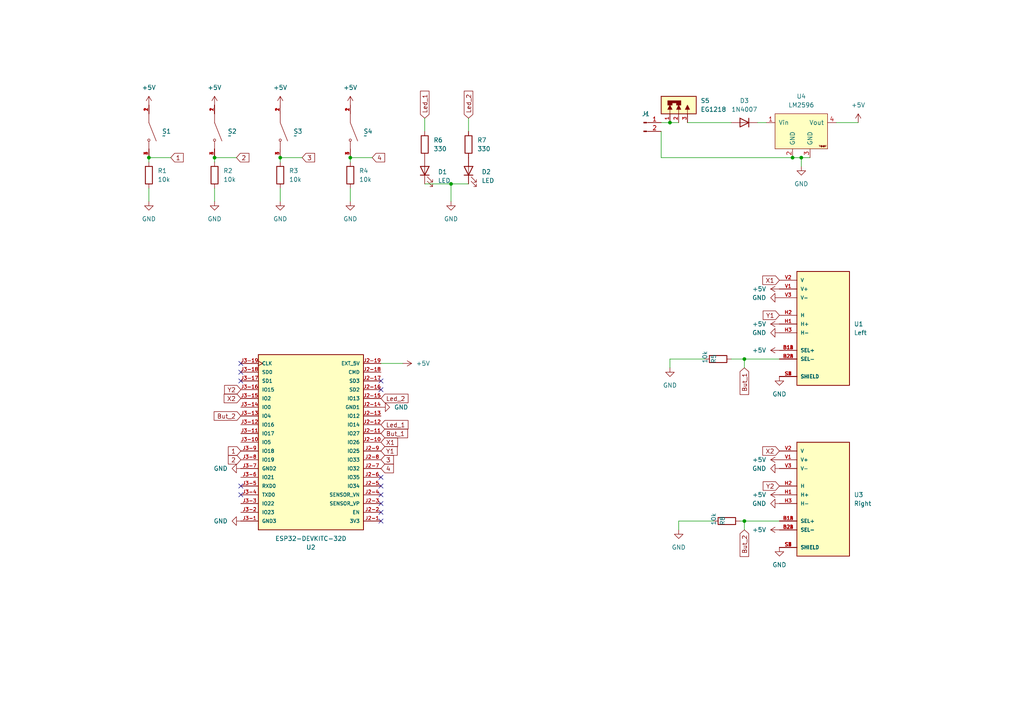
<source format=kicad_sch>
(kicad_sch
	(version 20231120)
	(generator "eeschema")
	(generator_version "8.0")
	(uuid "1967d1a2-bbf8-4c08-856f-0387578b47c6")
	(paper "A4")
	(lib_symbols
		(symbol "B3F-4055:B3F-4055"
			(pin_names
				(offset 1.016)
			)
			(exclude_from_sim no)
			(in_bom yes)
			(on_board yes)
			(property "Reference" "S"
				(at -2.54 2.54 0)
				(effects
					(font
						(size 1.27 1.27)
					)
					(justify left bottom)
				)
			)
			(property "Value" "B3F-4055"
				(at -2.54 -2.54 0)
				(effects
					(font
						(size 1.27 1.27)
					)
					(justify left top)
				)
			)
			(property "Footprint" "B3F-4055:SW_B3F-4055"
				(at 0 0 0)
				(effects
					(font
						(size 1.27 1.27)
					)
					(justify bottom)
					(hide yes)
				)
			)
			(property "Datasheet" ""
				(at 0 0 0)
				(effects
					(font
						(size 1.27 1.27)
					)
					(hide yes)
				)
			)
			(property "Description" "\nSwitch, Tactile, STD, Projected Plunger, High Force, 260G, Without Ground Term. | Omron Electronic Components B3F-4055\n"
				(at 0 0 0)
				(effects
					(font
						(size 1.27 1.27)
					)
					(justify bottom)
					(hide yes)
				)
			)
			(property "MF" "Omron Electronics"
				(at 0 0 0)
				(effects
					(font
						(size 1.27 1.27)
					)
					(justify bottom)
					(hide yes)
				)
			)
			(property "MAXIMUM_PACKAGE_HEIGHT" "7.5 mm"
				(at 0 0 0)
				(effects
					(font
						(size 1.27 1.27)
					)
					(justify bottom)
					(hide yes)
				)
			)
			(property "Package" "None"
				(at 0 0 0)
				(effects
					(font
						(size 1.27 1.27)
					)
					(justify bottom)
					(hide yes)
				)
			)
			(property "Price" "None"
				(at 0 0 0)
				(effects
					(font
						(size 1.27 1.27)
					)
					(justify bottom)
					(hide yes)
				)
			)
			(property "Check_prices" "https://www.snapeda.com/parts/B3F-4055/Omron+Electronics+Inc-EMC+Div/view-part/?ref=eda"
				(at 0 0 0)
				(effects
					(font
						(size 1.27 1.27)
					)
					(justify bottom)
					(hide yes)
				)
			)
			(property "STANDARD" "Manufacturer Recommendations"
				(at 0 0 0)
				(effects
					(font
						(size 1.27 1.27)
					)
					(justify bottom)
					(hide yes)
				)
			)
			(property "PARTREV" "A070-E1-08"
				(at 0 0 0)
				(effects
					(font
						(size 1.27 1.27)
					)
					(justify bottom)
					(hide yes)
				)
			)
			(property "SnapEDA_Link" "https://www.snapeda.com/parts/B3F-4055/Omron+Electronics+Inc-EMC+Div/view-part/?ref=snap"
				(at 0 0 0)
				(effects
					(font
						(size 1.27 1.27)
					)
					(justify bottom)
					(hide yes)
				)
			)
			(property "MP" "B3F-4055"
				(at 0 0 0)
				(effects
					(font
						(size 1.27 1.27)
					)
					(justify bottom)
					(hide yes)
				)
			)
			(property "Purchase-URL" "https://www.snapeda.com/api/url_track_click_mouser/?unipart_id=256901&manufacturer=Omron Electronics&part_name=B3F-4055&search_term=None"
				(at 0 0 0)
				(effects
					(font
						(size 1.27 1.27)
					)
					(justify bottom)
					(hide yes)
				)
			)
			(property "Availability" "In Stock"
				(at 0 0 0)
				(effects
					(font
						(size 1.27 1.27)
					)
					(justify bottom)
					(hide yes)
				)
			)
			(property "MANUFACTURER" "Omron Electronics"
				(at 0 0 0)
				(effects
					(font
						(size 1.27 1.27)
					)
					(justify bottom)
					(hide yes)
				)
			)
			(symbol "B3F-4055_0_0"
				(polyline
					(pts
						(xy -2.54 0) (xy -5.08 0)
					)
					(stroke
						(width 0.1524)
						(type default)
					)
					(fill
						(type none)
					)
				)
				(polyline
					(pts
						(xy -2.54 0) (xy 2.794 2.1336)
					)
					(stroke
						(width 0.1524)
						(type default)
					)
					(fill
						(type none)
					)
				)
				(polyline
					(pts
						(xy 5.08 0) (xy 2.921 0)
					)
					(stroke
						(width 0.1524)
						(type default)
					)
					(fill
						(type none)
					)
				)
				(circle
					(center 2.54 0)
					(radius 0.3302)
					(stroke
						(width 0.1524)
						(type default)
					)
					(fill
						(type none)
					)
				)
				(pin passive line
					(at -7.62 0 0)
					(length 2.54)
					(name "~"
						(effects
							(font
								(size 1.016 1.016)
							)
						)
					)
					(number "1"
						(effects
							(font
								(size 1.016 1.016)
							)
						)
					)
				)
				(pin passive line
					(at -7.62 0 0)
					(length 2.54)
					(name "~"
						(effects
							(font
								(size 1.016 1.016)
							)
						)
					)
					(number "2"
						(effects
							(font
								(size 1.016 1.016)
							)
						)
					)
				)
				(pin passive line
					(at 7.62 0 180)
					(length 2.54)
					(name "~"
						(effects
							(font
								(size 1.016 1.016)
							)
						)
					)
					(number "3"
						(effects
							(font
								(size 1.016 1.016)
							)
						)
					)
				)
				(pin passive line
					(at 7.62 0 180)
					(length 2.54)
					(name "~"
						(effects
							(font
								(size 1.016 1.016)
							)
						)
					)
					(number "4"
						(effects
							(font
								(size 1.016 1.016)
							)
						)
					)
				)
			)
		)
		(symbol "COM-09032_1"
			(pin_names
				(offset 1.016)
			)
			(exclude_from_sim no)
			(in_bom yes)
			(on_board yes)
			(property "Reference" "U"
				(at -7.62 16.002 0)
				(effects
					(font
						(size 1.27 1.27)
					)
					(justify left bottom)
				)
			)
			(property "Value" "COM-09032"
				(at -7.62 -20.32 0)
				(effects
					(font
						(size 1.27 1.27)
					)
					(justify left bottom)
				)
			)
			(property "Footprint" "COM-09032:XDCR_COM-09032"
				(at 0 0 0)
				(effects
					(font
						(size 1.27 1.27)
					)
					(justify bottom)
					(hide yes)
				)
			)
			(property "Datasheet" ""
				(at 0 0 0)
				(effects
					(font
						(size 1.27 1.27)
					)
					(hide yes)
				)
			)
			(property "Description" "\nJoystick, 2 - Axis Analog (Resistive) Output\n"
				(at 0 0 0)
				(effects
					(font
						(size 1.27 1.27)
					)
					(justify bottom)
					(hide yes)
				)
			)
			(property "MF" "SparkFun Electronics"
				(at 0 0 0)
				(effects
					(font
						(size 1.27 1.27)
					)
					(justify bottom)
					(hide yes)
				)
			)
			(property "MAXIMUM_PACKAGE_HEIGHT" "30.1mm"
				(at 0 0 0)
				(effects
					(font
						(size 1.27 1.27)
					)
					(justify bottom)
					(hide yes)
				)
			)
			(property "Package" "Package"
				(at 0 0 0)
				(effects
					(font
						(size 1.27 1.27)
					)
					(justify bottom)
					(hide yes)
				)
			)
			(property "Price" "None"
				(at 0 0 0)
				(effects
					(font
						(size 1.27 1.27)
					)
					(justify bottom)
					(hide yes)
				)
			)
			(property "Check_prices" "https://www.snapeda.com/parts/COM-09032/SparkFun+Electronics/view-part/?ref=eda"
				(at 0 0 0)
				(effects
					(font
						(size 1.27 1.27)
					)
					(justify bottom)
					(hide yes)
				)
			)
			(property "STANDARD" "Manufacturer Recommendations"
				(at 0 0 0)
				(effects
					(font
						(size 1.27 1.27)
					)
					(justify bottom)
					(hide yes)
				)
			)
			(property "PARTREV" "N/A"
				(at 0 0 0)
				(effects
					(font
						(size 1.27 1.27)
					)
					(justify bottom)
					(hide yes)
				)
			)
			(property "SnapEDA_Link" "https://www.snapeda.com/parts/COM-09032/SparkFun+Electronics/view-part/?ref=snap"
				(at 0 0 0)
				(effects
					(font
						(size 1.27 1.27)
					)
					(justify bottom)
					(hide yes)
				)
			)
			(property "MP" "COM-09032"
				(at 0 0 0)
				(effects
					(font
						(size 1.27 1.27)
					)
					(justify bottom)
					(hide yes)
				)
			)
			(property "Purchase-URL" "https://www.snapeda.com/api/url_track_click_mouser/?unipart_id=888157&manufacturer=SparkFun Electronics&part_name=COM-09032&search_term=None"
				(at 0 0 0)
				(effects
					(font
						(size 1.27 1.27)
					)
					(justify bottom)
					(hide yes)
				)
			)
			(property "Availability" "In Stock"
				(at 0 0 0)
				(effects
					(font
						(size 1.27 1.27)
					)
					(justify bottom)
					(hide yes)
				)
			)
			(property "MANUFACTURER" "SparkFun Electronics"
				(at 0 0 0)
				(effects
					(font
						(size 1.27 1.27)
					)
					(justify bottom)
					(hide yes)
				)
			)
			(symbol "COM-09032_1_0_0"
				(rectangle
					(start -7.62 -17.78)
					(end 7.62 15.24)
					(stroke
						(width 0.254)
						(type default)
					)
					(fill
						(type background)
					)
				)
				(pin passive line
					(at -12.7 -7.62 0)
					(length 5.08)
					(name "SEL+"
						(effects
							(font
								(size 1.016 1.016)
							)
						)
					)
					(number "B1A"
						(effects
							(font
								(size 1.016 1.016)
							)
						)
					)
				)
				(pin passive line
					(at -12.7 -10.16 0)
					(length 5.08)
					(name "SEL-"
						(effects
							(font
								(size 1.016 1.016)
							)
						)
					)
					(number "B2A"
						(effects
							(font
								(size 1.016 1.016)
							)
						)
					)
				)
				(pin passive line
					(at -12.7 0 0)
					(length 5.08)
					(name "H+"
						(effects
							(font
								(size 1.016 1.016)
							)
						)
					)
					(number "H1"
						(effects
							(font
								(size 1.016 1.016)
							)
						)
					)
				)
				(pin passive line
					(at -12.7 2.54 0)
					(length 5.08)
					(name "H"
						(effects
							(font
								(size 1.016 1.016)
							)
						)
					)
					(number "H2"
						(effects
							(font
								(size 1.016 1.016)
							)
						)
					)
				)
				(pin passive line
					(at -12.7 -2.54 0)
					(length 5.08)
					(name "H-"
						(effects
							(font
								(size 1.016 1.016)
							)
						)
					)
					(number "H3"
						(effects
							(font
								(size 1.016 1.016)
							)
						)
					)
				)
				(pin passive line
					(at -12.7 -15.24 0)
					(length 5.08)
					(name "SHIELD"
						(effects
							(font
								(size 1.016 1.016)
							)
						)
					)
					(number "S1"
						(effects
							(font
								(size 1.016 1.016)
							)
						)
					)
				)
				(pin passive line
					(at -12.7 -15.24 0)
					(length 5.08)
					(name "SHIELD"
						(effects
							(font
								(size 1.016 1.016)
							)
						)
					)
					(number "S2"
						(effects
							(font
								(size 1.016 1.016)
							)
						)
					)
				)
				(pin passive line
					(at -12.7 -15.24 0)
					(length 5.08)
					(name "SHIELD"
						(effects
							(font
								(size 1.016 1.016)
							)
						)
					)
					(number "S3"
						(effects
							(font
								(size 1.016 1.016)
							)
						)
					)
				)
				(pin passive line
					(at -12.7 -15.24 0)
					(length 5.08)
					(name "SHIELD"
						(effects
							(font
								(size 1.016 1.016)
							)
						)
					)
					(number "S4"
						(effects
							(font
								(size 1.016 1.016)
							)
						)
					)
				)
				(pin passive line
					(at -12.7 10.16 0)
					(length 5.08)
					(name "V+"
						(effects
							(font
								(size 1.016 1.016)
							)
						)
					)
					(number "V1"
						(effects
							(font
								(size 1.016 1.016)
							)
						)
					)
				)
				(pin passive line
					(at -12.7 12.7 0)
					(length 5.08)
					(name "V"
						(effects
							(font
								(size 1.016 1.016)
							)
						)
					)
					(number "V2"
						(effects
							(font
								(size 1.016 1.016)
							)
						)
					)
				)
				(pin passive line
					(at -12.7 7.62 0)
					(length 5.08)
					(name "V-"
						(effects
							(font
								(size 1.016 1.016)
							)
						)
					)
					(number "V3"
						(effects
							(font
								(size 1.016 1.016)
							)
						)
					)
				)
			)
			(symbol "COM-09032_1_1_0"
				(pin passive line
					(at -12.7 -7.62 0)
					(length 5.08)
					(name "SEL+"
						(effects
							(font
								(size 1.016 1.016)
							)
						)
					)
					(number "B1B"
						(effects
							(font
								(size 1.016 1.016)
							)
						)
					)
				)
				(pin passive line
					(at -12.7 -10.16 0)
					(length 5.08)
					(name "SEL-"
						(effects
							(font
								(size 1.016 1.016)
							)
						)
					)
					(number "B2B"
						(effects
							(font
								(size 1.016 1.016)
							)
						)
					)
				)
			)
		)
		(symbol "Connector:Conn_01x02_Pin"
			(pin_names
				(offset 1.016) hide)
			(exclude_from_sim no)
			(in_bom yes)
			(on_board yes)
			(property "Reference" "J"
				(at 0 2.54 0)
				(effects
					(font
						(size 1.27 1.27)
					)
				)
			)
			(property "Value" "Conn_01x02_Pin"
				(at 0 -5.08 0)
				(effects
					(font
						(size 1.27 1.27)
					)
				)
			)
			(property "Footprint" ""
				(at 0 0 0)
				(effects
					(font
						(size 1.27 1.27)
					)
					(hide yes)
				)
			)
			(property "Datasheet" "~"
				(at 0 0 0)
				(effects
					(font
						(size 1.27 1.27)
					)
					(hide yes)
				)
			)
			(property "Description" "Generic connector, single row, 01x02, script generated"
				(at 0 0 0)
				(effects
					(font
						(size 1.27 1.27)
					)
					(hide yes)
				)
			)
			(property "ki_locked" ""
				(at 0 0 0)
				(effects
					(font
						(size 1.27 1.27)
					)
				)
			)
			(property "ki_keywords" "connector"
				(at 0 0 0)
				(effects
					(font
						(size 1.27 1.27)
					)
					(hide yes)
				)
			)
			(property "ki_fp_filters" "Connector*:*_1x??_*"
				(at 0 0 0)
				(effects
					(font
						(size 1.27 1.27)
					)
					(hide yes)
				)
			)
			(symbol "Conn_01x02_Pin_1_1"
				(polyline
					(pts
						(xy 1.27 -2.54) (xy 0.8636 -2.54)
					)
					(stroke
						(width 0.1524)
						(type default)
					)
					(fill
						(type none)
					)
				)
				(polyline
					(pts
						(xy 1.27 0) (xy 0.8636 0)
					)
					(stroke
						(width 0.1524)
						(type default)
					)
					(fill
						(type none)
					)
				)
				(rectangle
					(start 0.8636 -2.413)
					(end 0 -2.667)
					(stroke
						(width 0.1524)
						(type default)
					)
					(fill
						(type outline)
					)
				)
				(rectangle
					(start 0.8636 0.127)
					(end 0 -0.127)
					(stroke
						(width 0.1524)
						(type default)
					)
					(fill
						(type outline)
					)
				)
				(pin passive line
					(at 5.08 0 180)
					(length 3.81)
					(name "Pin_1"
						(effects
							(font
								(size 1.27 1.27)
							)
						)
					)
					(number "1"
						(effects
							(font
								(size 1.27 1.27)
							)
						)
					)
				)
				(pin passive line
					(at 5.08 -2.54 180)
					(length 3.81)
					(name "Pin_2"
						(effects
							(font
								(size 1.27 1.27)
							)
						)
					)
					(number "2"
						(effects
							(font
								(size 1.27 1.27)
							)
						)
					)
				)
			)
		)
		(symbol "Device:LED"
			(pin_numbers hide)
			(pin_names
				(offset 1.016) hide)
			(exclude_from_sim no)
			(in_bom yes)
			(on_board yes)
			(property "Reference" "D"
				(at 0 2.54 0)
				(effects
					(font
						(size 1.27 1.27)
					)
				)
			)
			(property "Value" "LED"
				(at 0 -2.54 0)
				(effects
					(font
						(size 1.27 1.27)
					)
				)
			)
			(property "Footprint" ""
				(at 0 0 0)
				(effects
					(font
						(size 1.27 1.27)
					)
					(hide yes)
				)
			)
			(property "Datasheet" "~"
				(at 0 0 0)
				(effects
					(font
						(size 1.27 1.27)
					)
					(hide yes)
				)
			)
			(property "Description" "Light emitting diode"
				(at 0 0 0)
				(effects
					(font
						(size 1.27 1.27)
					)
					(hide yes)
				)
			)
			(property "ki_keywords" "LED diode"
				(at 0 0 0)
				(effects
					(font
						(size 1.27 1.27)
					)
					(hide yes)
				)
			)
			(property "ki_fp_filters" "LED* LED_SMD:* LED_THT:*"
				(at 0 0 0)
				(effects
					(font
						(size 1.27 1.27)
					)
					(hide yes)
				)
			)
			(symbol "LED_0_1"
				(polyline
					(pts
						(xy -1.27 -1.27) (xy -1.27 1.27)
					)
					(stroke
						(width 0.254)
						(type default)
					)
					(fill
						(type none)
					)
				)
				(polyline
					(pts
						(xy -1.27 0) (xy 1.27 0)
					)
					(stroke
						(width 0)
						(type default)
					)
					(fill
						(type none)
					)
				)
				(polyline
					(pts
						(xy 1.27 -1.27) (xy 1.27 1.27) (xy -1.27 0) (xy 1.27 -1.27)
					)
					(stroke
						(width 0.254)
						(type default)
					)
					(fill
						(type none)
					)
				)
				(polyline
					(pts
						(xy -3.048 -0.762) (xy -4.572 -2.286) (xy -3.81 -2.286) (xy -4.572 -2.286) (xy -4.572 -1.524)
					)
					(stroke
						(width 0)
						(type default)
					)
					(fill
						(type none)
					)
				)
				(polyline
					(pts
						(xy -1.778 -0.762) (xy -3.302 -2.286) (xy -2.54 -2.286) (xy -3.302 -2.286) (xy -3.302 -1.524)
					)
					(stroke
						(width 0)
						(type default)
					)
					(fill
						(type none)
					)
				)
			)
			(symbol "LED_1_1"
				(pin passive line
					(at -3.81 0 0)
					(length 2.54)
					(name "K"
						(effects
							(font
								(size 1.27 1.27)
							)
						)
					)
					(number "1"
						(effects
							(font
								(size 1.27 1.27)
							)
						)
					)
				)
				(pin passive line
					(at 3.81 0 180)
					(length 2.54)
					(name "A"
						(effects
							(font
								(size 1.27 1.27)
							)
						)
					)
					(number "2"
						(effects
							(font
								(size 1.27 1.27)
							)
						)
					)
				)
			)
		)
		(symbol "Device:R"
			(pin_numbers hide)
			(pin_names
				(offset 0)
			)
			(exclude_from_sim no)
			(in_bom yes)
			(on_board yes)
			(property "Reference" "R"
				(at 2.032 0 90)
				(effects
					(font
						(size 1.27 1.27)
					)
				)
			)
			(property "Value" "R"
				(at 0 0 90)
				(effects
					(font
						(size 1.27 1.27)
					)
				)
			)
			(property "Footprint" ""
				(at -1.778 0 90)
				(effects
					(font
						(size 1.27 1.27)
					)
					(hide yes)
				)
			)
			(property "Datasheet" "~"
				(at 0 0 0)
				(effects
					(font
						(size 1.27 1.27)
					)
					(hide yes)
				)
			)
			(property "Description" "Resistor"
				(at 0 0 0)
				(effects
					(font
						(size 1.27 1.27)
					)
					(hide yes)
				)
			)
			(property "ki_keywords" "R res resistor"
				(at 0 0 0)
				(effects
					(font
						(size 1.27 1.27)
					)
					(hide yes)
				)
			)
			(property "ki_fp_filters" "R_*"
				(at 0 0 0)
				(effects
					(font
						(size 1.27 1.27)
					)
					(hide yes)
				)
			)
			(symbol "R_0_1"
				(rectangle
					(start -1.016 -2.54)
					(end 1.016 2.54)
					(stroke
						(width 0.254)
						(type default)
					)
					(fill
						(type none)
					)
				)
			)
			(symbol "R_1_1"
				(pin passive line
					(at 0 3.81 270)
					(length 1.27)
					(name "~"
						(effects
							(font
								(size 1.27 1.27)
							)
						)
					)
					(number "1"
						(effects
							(font
								(size 1.27 1.27)
							)
						)
					)
				)
				(pin passive line
					(at 0 -3.81 90)
					(length 1.27)
					(name "~"
						(effects
							(font
								(size 1.27 1.27)
							)
						)
					)
					(number "2"
						(effects
							(font
								(size 1.27 1.27)
							)
						)
					)
				)
			)
		)
		(symbol "Diode:1N4007"
			(pin_numbers hide)
			(pin_names hide)
			(exclude_from_sim no)
			(in_bom yes)
			(on_board yes)
			(property "Reference" "D"
				(at 0 2.54 0)
				(effects
					(font
						(size 1.27 1.27)
					)
				)
			)
			(property "Value" "1N4007"
				(at 0 -2.54 0)
				(effects
					(font
						(size 1.27 1.27)
					)
				)
			)
			(property "Footprint" "Diode_THT:D_DO-41_SOD81_P10.16mm_Horizontal"
				(at 0 -4.445 0)
				(effects
					(font
						(size 1.27 1.27)
					)
					(hide yes)
				)
			)
			(property "Datasheet" "http://www.vishay.com/docs/88503/1n4001.pdf"
				(at 0 0 0)
				(effects
					(font
						(size 1.27 1.27)
					)
					(hide yes)
				)
			)
			(property "Description" "1000V 1A General Purpose Rectifier Diode, DO-41"
				(at 0 0 0)
				(effects
					(font
						(size 1.27 1.27)
					)
					(hide yes)
				)
			)
			(property "Sim.Device" "D"
				(at 0 0 0)
				(effects
					(font
						(size 1.27 1.27)
					)
					(hide yes)
				)
			)
			(property "Sim.Pins" "1=K 2=A"
				(at 0 0 0)
				(effects
					(font
						(size 1.27 1.27)
					)
					(hide yes)
				)
			)
			(property "ki_keywords" "diode"
				(at 0 0 0)
				(effects
					(font
						(size 1.27 1.27)
					)
					(hide yes)
				)
			)
			(property "ki_fp_filters" "D*DO?41*"
				(at 0 0 0)
				(effects
					(font
						(size 1.27 1.27)
					)
					(hide yes)
				)
			)
			(symbol "1N4007_0_1"
				(polyline
					(pts
						(xy -1.27 1.27) (xy -1.27 -1.27)
					)
					(stroke
						(width 0.254)
						(type default)
					)
					(fill
						(type none)
					)
				)
				(polyline
					(pts
						(xy 1.27 0) (xy -1.27 0)
					)
					(stroke
						(width 0)
						(type default)
					)
					(fill
						(type none)
					)
				)
				(polyline
					(pts
						(xy 1.27 1.27) (xy 1.27 -1.27) (xy -1.27 0) (xy 1.27 1.27)
					)
					(stroke
						(width 0.254)
						(type default)
					)
					(fill
						(type none)
					)
				)
			)
			(symbol "1N4007_1_1"
				(pin passive line
					(at -3.81 0 0)
					(length 2.54)
					(name "K"
						(effects
							(font
								(size 1.27 1.27)
							)
						)
					)
					(number "1"
						(effects
							(font
								(size 1.27 1.27)
							)
						)
					)
				)
				(pin passive line
					(at 3.81 0 180)
					(length 2.54)
					(name "A"
						(effects
							(font
								(size 1.27 1.27)
							)
						)
					)
					(number "2"
						(effects
							(font
								(size 1.27 1.27)
							)
						)
					)
				)
			)
		)
		(symbol "EG1218:EG1218"
			(pin_names
				(offset 1.016)
			)
			(exclude_from_sim no)
			(in_bom yes)
			(on_board yes)
			(property "Reference" "S"
				(at -5.08 5.842 0)
				(effects
					(font
						(size 1.27 1.27)
					)
					(justify left bottom)
				)
			)
			(property "Value" "EG1218"
				(at -5.08 -7.62 0)
				(effects
					(font
						(size 1.27 1.27)
					)
					(justify left bottom)
				)
			)
			(property "Footprint" "EG1218:SW_EG1218"
				(at 0 0 0)
				(effects
					(font
						(size 1.27 1.27)
					)
					(justify bottom)
					(hide yes)
				)
			)
			(property "Datasheet" ""
				(at 0 0 0)
				(effects
					(font
						(size 1.27 1.27)
					)
					(hide yes)
				)
			)
			(property "Description" "\nSlide Switch, EG Series, SPDT, Non-Shorting, ON-ON, 200mA DC, 30VDC, PC Pin | E-Switch EG1218\n"
				(at 0 0 0)
				(effects
					(font
						(size 1.27 1.27)
					)
					(justify bottom)
					(hide yes)
				)
			)
			(property "MF" "E-Switch"
				(at 0 0 0)
				(effects
					(font
						(size 1.27 1.27)
					)
					(justify bottom)
					(hide yes)
				)
			)
			(property "PACKAGE" "None"
				(at 0 0 0)
				(effects
					(font
						(size 1.27 1.27)
					)
					(justify bottom)
					(hide yes)
				)
			)
			(property "PRICE" "None"
				(at 0 0 0)
				(effects
					(font
						(size 1.27 1.27)
					)
					(justify bottom)
					(hide yes)
				)
			)
			(property "Package" "None"
				(at 0 0 0)
				(effects
					(font
						(size 1.27 1.27)
					)
					(justify bottom)
					(hide yes)
				)
			)
			(property "Check_prices" "https://www.snapeda.com/parts/EG1218/E-Switch/view-part/?ref=eda"
				(at 0 0 0)
				(effects
					(font
						(size 1.27 1.27)
					)
					(justify bottom)
					(hide yes)
				)
			)
			(property "Price" "None"
				(at 0 0 0)
				(effects
					(font
						(size 1.27 1.27)
					)
					(justify bottom)
					(hide yes)
				)
			)
			(property "SnapEDA_Link" "https://www.snapeda.com/parts/EG1218/E-Switch/view-part/?ref=snap"
				(at 0 0 0)
				(effects
					(font
						(size 1.27 1.27)
					)
					(justify bottom)
					(hide yes)
				)
			)
			(property "MP" "EG1218"
				(at 0 0 0)
				(effects
					(font
						(size 1.27 1.27)
					)
					(justify bottom)
					(hide yes)
				)
			)
			(property "Purchase-URL" "https://www.snapeda.com/api/url_track_click_mouser/?unipart_id=13895&manufacturer=E-Switch&part_name=EG1218&search_term=None"
				(at 0 0 0)
				(effects
					(font
						(size 1.27 1.27)
					)
					(justify bottom)
					(hide yes)
				)
			)
			(property "Availability" "In Stock"
				(at 0 0 0)
				(effects
					(font
						(size 1.27 1.27)
					)
					(justify bottom)
					(hide yes)
				)
			)
			(property "AVAILABILITY" "In Stock"
				(at 0 0 0)
				(effects
					(font
						(size 1.27 1.27)
					)
					(justify bottom)
					(hide yes)
				)
			)
			(property "PURCHASE-URL" "https://pricing.snapeda.com/search/part/EG1218/?ref=eda"
				(at 0 0 0)
				(effects
					(font
						(size 1.27 1.27)
					)
					(justify bottom)
					(hide yes)
				)
			)
			(symbol "EG1218_0_0"
				(rectangle
					(start -2.54 -5.08)
					(end 2.54 5.08)
					(stroke
						(width 0.254)
						(type default)
					)
					(fill
						(type background)
					)
				)
				(polyline
					(pts
						(xy -2.54 -2.54) (xy -1.27 -2.54)
					)
					(stroke
						(width 0.1524)
						(type default)
					)
					(fill
						(type none)
					)
				)
				(polyline
					(pts
						(xy -2.54 0) (xy -1.27 0)
					)
					(stroke
						(width 0.1524)
						(type default)
					)
					(fill
						(type none)
					)
				)
				(polyline
					(pts
						(xy -2.54 2.54) (xy -1.27 2.54)
					)
					(stroke
						(width 0.1524)
						(type default)
					)
					(fill
						(type none)
					)
				)
				(polyline
					(pts
						(xy -1.27 -1.905) (xy -1.27 -3.175) (xy 0 -2.54) (xy -1.27 -1.905)
					)
					(stroke
						(width 0.1524)
						(type default)
					)
					(fill
						(type outline)
					)
				)
				(polyline
					(pts
						(xy -1.27 0.635) (xy -1.27 -0.635) (xy 0 0) (xy -1.27 0.635)
					)
					(stroke
						(width 0.1524)
						(type default)
					)
					(fill
						(type outline)
					)
				)
				(polyline
					(pts
						(xy -1.27 3.175) (xy -1.27 1.905) (xy 0 2.54) (xy -1.27 3.175)
					)
					(stroke
						(width 0.1524)
						(type default)
					)
					(fill
						(type outline)
					)
				)
				(polyline
					(pts
						(xy 0 1.905) (xy 0 3.175) (xy 1.27 3.175) (xy 1.27 -0.635) (xy 0 -0.635) (xy 0 0.635) (xy 0.635 0.635)
						(xy 0.635 1.905) (xy 0 1.905)
					)
					(stroke
						(width 0.1524)
						(type default)
					)
					(fill
						(type outline)
					)
				)
				(pin passive line
					(at -5.08 2.54 0)
					(length 2.54)
					(name "~"
						(effects
							(font
								(size 1.016 1.016)
							)
						)
					)
					(number "1"
						(effects
							(font
								(size 1.016 1.016)
							)
						)
					)
				)
				(pin passive line
					(at -5.08 0 0)
					(length 2.54)
					(name "~"
						(effects
							(font
								(size 1.016 1.016)
							)
						)
					)
					(number "2"
						(effects
							(font
								(size 1.016 1.016)
							)
						)
					)
				)
				(pin passive line
					(at -5.08 -2.54 0)
					(length 2.54)
					(name "~"
						(effects
							(font
								(size 1.016 1.016)
							)
						)
					)
					(number "3"
						(effects
							(font
								(size 1.016 1.016)
							)
						)
					)
				)
			)
		)
		(symbol "ESP32-DEVKITC-32D:ESP32-DEVKITC-32D"
			(pin_names
				(offset 1.016)
			)
			(exclude_from_sim no)
			(in_bom yes)
			(on_board yes)
			(property "Reference" "U"
				(at -15.2572 26.0643 0)
				(effects
					(font
						(size 1.27 1.27)
					)
					(justify left bottom)
				)
			)
			(property "Value" "ESP32-DEVKITC-32D"
				(at -15.2563 -27.9698 0)
				(effects
					(font
						(size 1.27 1.27)
					)
					(justify left bottom)
				)
			)
			(property "Footprint" "ESP32-DEVKITC-32D:MODULE_ESP32-DEVKITC-32D"
				(at 0 0 0)
				(effects
					(font
						(size 1.27 1.27)
					)
					(justify bottom)
					(hide yes)
				)
			)
			(property "Datasheet" ""
				(at 0 0 0)
				(effects
					(font
						(size 1.27 1.27)
					)
					(hide yes)
				)
			)
			(property "Description" "\nWiFi Development Tools (802.11) ESP32 General Development Kit, ESP32-WROOM-32D on the board\n"
				(at 0 0 0)
				(effects
					(font
						(size 1.27 1.27)
					)
					(justify bottom)
					(hide yes)
				)
			)
			(property "MF" "Espressif Systems"
				(at 0 0 0)
				(effects
					(font
						(size 1.27 1.27)
					)
					(justify bottom)
					(hide yes)
				)
			)
			(property "MAXIMUM_PACKAGE_HEIGHT" "N/A"
				(at 0 0 0)
				(effects
					(font
						(size 1.27 1.27)
					)
					(justify bottom)
					(hide yes)
				)
			)
			(property "Package" "None"
				(at 0 0 0)
				(effects
					(font
						(size 1.27 1.27)
					)
					(justify bottom)
					(hide yes)
				)
			)
			(property "Price" "None"
				(at 0 0 0)
				(effects
					(font
						(size 1.27 1.27)
					)
					(justify bottom)
					(hide yes)
				)
			)
			(property "Check_prices" "https://www.snapeda.com/parts/ESP32-DEVKITC-32D/Espressif+Systems/view-part/?ref=eda"
				(at 0 0 0)
				(effects
					(font
						(size 1.27 1.27)
					)
					(justify bottom)
					(hide yes)
				)
			)
			(property "STANDARD" "Manufacturer Recommendations"
				(at 0 0 0)
				(effects
					(font
						(size 1.27 1.27)
					)
					(justify bottom)
					(hide yes)
				)
			)
			(property "PARTREV" "V4"
				(at 0 0 0)
				(effects
					(font
						(size 1.27 1.27)
					)
					(justify bottom)
					(hide yes)
				)
			)
			(property "SnapEDA_Link" "https://www.snapeda.com/parts/ESP32-DEVKITC-32D/Espressif+Systems/view-part/?ref=snap"
				(at 0 0 0)
				(effects
					(font
						(size 1.27 1.27)
					)
					(justify bottom)
					(hide yes)
				)
			)
			(property "MP" "ESP32-DEVKITC-32D"
				(at 0 0 0)
				(effects
					(font
						(size 1.27 1.27)
					)
					(justify bottom)
					(hide yes)
				)
			)
			(property "Purchase-URL" "https://www.snapeda.com/api/url_track_click_mouser/?unipart_id=2777395&manufacturer=Espressif Systems&part_name=ESP32-DEVKITC-32D&search_term=None"
				(at 0 0 0)
				(effects
					(font
						(size 1.27 1.27)
					)
					(justify bottom)
					(hide yes)
				)
			)
			(property "MANUFACTURER" "Espressif Systems"
				(at 0 0 0)
				(effects
					(font
						(size 1.27 1.27)
					)
					(justify bottom)
					(hide yes)
				)
			)
			(property "Availability" "In Stock"
				(at 0 0 0)
				(effects
					(font
						(size 1.27 1.27)
					)
					(justify bottom)
					(hide yes)
				)
			)
			(property "SNAPEDA_PN" "ESP32-DEVKITC-32D"
				(at 0 0 0)
				(effects
					(font
						(size 1.27 1.27)
					)
					(justify bottom)
					(hide yes)
				)
			)
			(symbol "ESP32-DEVKITC-32D_0_0"
				(rectangle
					(start -15.24 -25.4)
					(end 15.24 25.4)
					(stroke
						(width 0.254)
						(type default)
					)
					(fill
						(type background)
					)
				)
				(pin power_in line
					(at -20.32 22.86 0)
					(length 5.08)
					(name "3V3"
						(effects
							(font
								(size 1.016 1.016)
							)
						)
					)
					(number "J2-1"
						(effects
							(font
								(size 1.016 1.016)
							)
						)
					)
				)
				(pin bidirectional line
					(at -20.32 0 0)
					(length 5.08)
					(name "IO26"
						(effects
							(font
								(size 1.016 1.016)
							)
						)
					)
					(number "J2-10"
						(effects
							(font
								(size 1.016 1.016)
							)
						)
					)
				)
				(pin bidirectional line
					(at -20.32 -2.54 0)
					(length 5.08)
					(name "IO27"
						(effects
							(font
								(size 1.016 1.016)
							)
						)
					)
					(number "J2-11"
						(effects
							(font
								(size 1.016 1.016)
							)
						)
					)
				)
				(pin bidirectional line
					(at -20.32 -5.08 0)
					(length 5.08)
					(name "IO14"
						(effects
							(font
								(size 1.016 1.016)
							)
						)
					)
					(number "J2-12"
						(effects
							(font
								(size 1.016 1.016)
							)
						)
					)
				)
				(pin bidirectional line
					(at -20.32 -7.62 0)
					(length 5.08)
					(name "IO12"
						(effects
							(font
								(size 1.016 1.016)
							)
						)
					)
					(number "J2-13"
						(effects
							(font
								(size 1.016 1.016)
							)
						)
					)
				)
				(pin power_in line
					(at -20.32 -10.16 0)
					(length 5.08)
					(name "GND1"
						(effects
							(font
								(size 1.016 1.016)
							)
						)
					)
					(number "J2-14"
						(effects
							(font
								(size 1.016 1.016)
							)
						)
					)
				)
				(pin bidirectional line
					(at -20.32 -12.7 0)
					(length 5.08)
					(name "IO13"
						(effects
							(font
								(size 1.016 1.016)
							)
						)
					)
					(number "J2-15"
						(effects
							(font
								(size 1.016 1.016)
							)
						)
					)
				)
				(pin bidirectional line
					(at -20.32 -15.24 0)
					(length 5.08)
					(name "SD2"
						(effects
							(font
								(size 1.016 1.016)
							)
						)
					)
					(number "J2-16"
						(effects
							(font
								(size 1.016 1.016)
							)
						)
					)
				)
				(pin bidirectional line
					(at -20.32 -17.78 0)
					(length 5.08)
					(name "SD3"
						(effects
							(font
								(size 1.016 1.016)
							)
						)
					)
					(number "J2-17"
						(effects
							(font
								(size 1.016 1.016)
							)
						)
					)
				)
				(pin bidirectional line
					(at -20.32 -20.32 0)
					(length 5.08)
					(name "CMD"
						(effects
							(font
								(size 1.016 1.016)
							)
						)
					)
					(number "J2-18"
						(effects
							(font
								(size 1.016 1.016)
							)
						)
					)
				)
				(pin power_in line
					(at -20.32 -22.86 0)
					(length 5.08)
					(name "EXT_5V"
						(effects
							(font
								(size 1.016 1.016)
							)
						)
					)
					(number "J2-19"
						(effects
							(font
								(size 1.016 1.016)
							)
						)
					)
				)
				(pin input line
					(at -20.32 20.32 0)
					(length 5.08)
					(name "EN"
						(effects
							(font
								(size 1.016 1.016)
							)
						)
					)
					(number "J2-2"
						(effects
							(font
								(size 1.016 1.016)
							)
						)
					)
				)
				(pin input line
					(at -20.32 17.78 0)
					(length 5.08)
					(name "SENSOR_VP"
						(effects
							(font
								(size 1.016 1.016)
							)
						)
					)
					(number "J2-3"
						(effects
							(font
								(size 1.016 1.016)
							)
						)
					)
				)
				(pin input line
					(at -20.32 15.24 0)
					(length 5.08)
					(name "SENSOR_VN"
						(effects
							(font
								(size 1.016 1.016)
							)
						)
					)
					(number "J2-4"
						(effects
							(font
								(size 1.016 1.016)
							)
						)
					)
				)
				(pin bidirectional line
					(at -20.32 12.7 0)
					(length 5.08)
					(name "IO34"
						(effects
							(font
								(size 1.016 1.016)
							)
						)
					)
					(number "J2-5"
						(effects
							(font
								(size 1.016 1.016)
							)
						)
					)
				)
				(pin bidirectional line
					(at -20.32 10.16 0)
					(length 5.08)
					(name "IO35"
						(effects
							(font
								(size 1.016 1.016)
							)
						)
					)
					(number "J2-6"
						(effects
							(font
								(size 1.016 1.016)
							)
						)
					)
				)
				(pin bidirectional line
					(at -20.32 7.62 0)
					(length 5.08)
					(name "IO32"
						(effects
							(font
								(size 1.016 1.016)
							)
						)
					)
					(number "J2-7"
						(effects
							(font
								(size 1.016 1.016)
							)
						)
					)
				)
				(pin bidirectional line
					(at -20.32 5.08 0)
					(length 5.08)
					(name "IO33"
						(effects
							(font
								(size 1.016 1.016)
							)
						)
					)
					(number "J2-8"
						(effects
							(font
								(size 1.016 1.016)
							)
						)
					)
				)
				(pin bidirectional line
					(at -20.32 2.54 0)
					(length 5.08)
					(name "IO25"
						(effects
							(font
								(size 1.016 1.016)
							)
						)
					)
					(number "J2-9"
						(effects
							(font
								(size 1.016 1.016)
							)
						)
					)
				)
				(pin power_in line
					(at 20.32 22.86 180)
					(length 5.08)
					(name "GND3"
						(effects
							(font
								(size 1.016 1.016)
							)
						)
					)
					(number "J3-1"
						(effects
							(font
								(size 1.016 1.016)
							)
						)
					)
				)
				(pin bidirectional line
					(at 20.32 0 180)
					(length 5.08)
					(name "IO5"
						(effects
							(font
								(size 1.016 1.016)
							)
						)
					)
					(number "J3-10"
						(effects
							(font
								(size 1.016 1.016)
							)
						)
					)
				)
				(pin bidirectional line
					(at 20.32 -2.54 180)
					(length 5.08)
					(name "IO17"
						(effects
							(font
								(size 1.016 1.016)
							)
						)
					)
					(number "J3-11"
						(effects
							(font
								(size 1.016 1.016)
							)
						)
					)
				)
				(pin bidirectional line
					(at 20.32 -5.08 180)
					(length 5.08)
					(name "IO16"
						(effects
							(font
								(size 1.016 1.016)
							)
						)
					)
					(number "J3-12"
						(effects
							(font
								(size 1.016 1.016)
							)
						)
					)
				)
				(pin bidirectional line
					(at 20.32 -7.62 180)
					(length 5.08)
					(name "IO4"
						(effects
							(font
								(size 1.016 1.016)
							)
						)
					)
					(number "J3-13"
						(effects
							(font
								(size 1.016 1.016)
							)
						)
					)
				)
				(pin bidirectional line
					(at 20.32 -10.16 180)
					(length 5.08)
					(name "IO0"
						(effects
							(font
								(size 1.016 1.016)
							)
						)
					)
					(number "J3-14"
						(effects
							(font
								(size 1.016 1.016)
							)
						)
					)
				)
				(pin bidirectional line
					(at 20.32 -12.7 180)
					(length 5.08)
					(name "IO2"
						(effects
							(font
								(size 1.016 1.016)
							)
						)
					)
					(number "J3-15"
						(effects
							(font
								(size 1.016 1.016)
							)
						)
					)
				)
				(pin bidirectional line
					(at 20.32 -15.24 180)
					(length 5.08)
					(name "IO15"
						(effects
							(font
								(size 1.016 1.016)
							)
						)
					)
					(number "J3-16"
						(effects
							(font
								(size 1.016 1.016)
							)
						)
					)
				)
				(pin bidirectional line
					(at 20.32 -17.78 180)
					(length 5.08)
					(name "SD1"
						(effects
							(font
								(size 1.016 1.016)
							)
						)
					)
					(number "J3-17"
						(effects
							(font
								(size 1.016 1.016)
							)
						)
					)
				)
				(pin bidirectional line
					(at 20.32 -20.32 180)
					(length 5.08)
					(name "SD0"
						(effects
							(font
								(size 1.016 1.016)
							)
						)
					)
					(number "J3-18"
						(effects
							(font
								(size 1.016 1.016)
							)
						)
					)
				)
				(pin input clock
					(at 20.32 -22.86 180)
					(length 5.08)
					(name "CLK"
						(effects
							(font
								(size 1.016 1.016)
							)
						)
					)
					(number "J3-19"
						(effects
							(font
								(size 1.016 1.016)
							)
						)
					)
				)
				(pin bidirectional line
					(at 20.32 20.32 180)
					(length 5.08)
					(name "IO23"
						(effects
							(font
								(size 1.016 1.016)
							)
						)
					)
					(number "J3-2"
						(effects
							(font
								(size 1.016 1.016)
							)
						)
					)
				)
				(pin bidirectional line
					(at 20.32 17.78 180)
					(length 5.08)
					(name "IO22"
						(effects
							(font
								(size 1.016 1.016)
							)
						)
					)
					(number "J3-3"
						(effects
							(font
								(size 1.016 1.016)
							)
						)
					)
				)
				(pin output line
					(at 20.32 15.24 180)
					(length 5.08)
					(name "TXD0"
						(effects
							(font
								(size 1.016 1.016)
							)
						)
					)
					(number "J3-4"
						(effects
							(font
								(size 1.016 1.016)
							)
						)
					)
				)
				(pin input line
					(at 20.32 12.7 180)
					(length 5.08)
					(name "RXD0"
						(effects
							(font
								(size 1.016 1.016)
							)
						)
					)
					(number "J3-5"
						(effects
							(font
								(size 1.016 1.016)
							)
						)
					)
				)
				(pin bidirectional line
					(at 20.32 10.16 180)
					(length 5.08)
					(name "IO21"
						(effects
							(font
								(size 1.016 1.016)
							)
						)
					)
					(number "J3-6"
						(effects
							(font
								(size 1.016 1.016)
							)
						)
					)
				)
				(pin power_in line
					(at 20.32 7.62 180)
					(length 5.08)
					(name "GND2"
						(effects
							(font
								(size 1.016 1.016)
							)
						)
					)
					(number "J3-7"
						(effects
							(font
								(size 1.016 1.016)
							)
						)
					)
				)
				(pin bidirectional line
					(at 20.32 5.08 180)
					(length 5.08)
					(name "IO19"
						(effects
							(font
								(size 1.016 1.016)
							)
						)
					)
					(number "J3-8"
						(effects
							(font
								(size 1.016 1.016)
							)
						)
					)
				)
				(pin bidirectional line
					(at 20.32 2.54 180)
					(length 5.08)
					(name "IO18"
						(effects
							(font
								(size 1.016 1.016)
							)
						)
					)
					(number "J3-9"
						(effects
							(font
								(size 1.016 1.016)
							)
						)
					)
				)
			)
		)
		(symbol "Joystick:COM-09032"
			(pin_names
				(offset 1.016)
			)
			(exclude_from_sim no)
			(in_bom yes)
			(on_board yes)
			(property "Reference" "U"
				(at -7.62 16.002 0)
				(effects
					(font
						(size 1.27 1.27)
					)
					(justify left bottom)
				)
			)
			(property "Value" "COM-09032"
				(at -7.62 -20.32 0)
				(effects
					(font
						(size 1.27 1.27)
					)
					(justify left bottom)
				)
			)
			(property "Footprint" "COM-09032:XDCR_COM-09032"
				(at 0 0 0)
				(effects
					(font
						(size 1.27 1.27)
					)
					(justify bottom)
					(hide yes)
				)
			)
			(property "Datasheet" ""
				(at 0 0 0)
				(effects
					(font
						(size 1.27 1.27)
					)
					(hide yes)
				)
			)
			(property "Description" "\nJoystick, 2 - Axis Analog (Resistive) Output\n"
				(at 0 0 0)
				(effects
					(font
						(size 1.27 1.27)
					)
					(justify bottom)
					(hide yes)
				)
			)
			(property "MF" "SparkFun Electronics"
				(at 0 0 0)
				(effects
					(font
						(size 1.27 1.27)
					)
					(justify bottom)
					(hide yes)
				)
			)
			(property "MAXIMUM_PACKAGE_HEIGHT" "30.1mm"
				(at 0 0 0)
				(effects
					(font
						(size 1.27 1.27)
					)
					(justify bottom)
					(hide yes)
				)
			)
			(property "Package" "Package"
				(at 0 0 0)
				(effects
					(font
						(size 1.27 1.27)
					)
					(justify bottom)
					(hide yes)
				)
			)
			(property "Price" "None"
				(at 0 0 0)
				(effects
					(font
						(size 1.27 1.27)
					)
					(justify bottom)
					(hide yes)
				)
			)
			(property "Check_prices" "https://www.snapeda.com/parts/COM-09032/SparkFun+Electronics/view-part/?ref=eda"
				(at 0 0 0)
				(effects
					(font
						(size 1.27 1.27)
					)
					(justify bottom)
					(hide yes)
				)
			)
			(property "STANDARD" "Manufacturer Recommendations"
				(at 0 0 0)
				(effects
					(font
						(size 1.27 1.27)
					)
					(justify bottom)
					(hide yes)
				)
			)
			(property "PARTREV" "N/A"
				(at 0 0 0)
				(effects
					(font
						(size 1.27 1.27)
					)
					(justify bottom)
					(hide yes)
				)
			)
			(property "SnapEDA_Link" "https://www.snapeda.com/parts/COM-09032/SparkFun+Electronics/view-part/?ref=snap"
				(at 0 0 0)
				(effects
					(font
						(size 1.27 1.27)
					)
					(justify bottom)
					(hide yes)
				)
			)
			(property "MP" "COM-09032"
				(at 0 0 0)
				(effects
					(font
						(size 1.27 1.27)
					)
					(justify bottom)
					(hide yes)
				)
			)
			(property "Purchase-URL" "https://www.snapeda.com/api/url_track_click_mouser/?unipart_id=888157&manufacturer=SparkFun Electronics&part_name=COM-09032&search_term=None"
				(at 0 0 0)
				(effects
					(font
						(size 1.27 1.27)
					)
					(justify bottom)
					(hide yes)
				)
			)
			(property "Availability" "In Stock"
				(at 0 0 0)
				(effects
					(font
						(size 1.27 1.27)
					)
					(justify bottom)
					(hide yes)
				)
			)
			(property "MANUFACTURER" "SparkFun Electronics"
				(at 0 0 0)
				(effects
					(font
						(size 1.27 1.27)
					)
					(justify bottom)
					(hide yes)
				)
			)
			(symbol "COM-09032_0_0"
				(rectangle
					(start -7.62 -17.78)
					(end 7.62 15.24)
					(stroke
						(width 0.254)
						(type default)
					)
					(fill
						(type background)
					)
				)
				(pin passive line
					(at -12.7 -7.62 0)
					(length 5.08)
					(name "SEL+"
						(effects
							(font
								(size 1.016 1.016)
							)
						)
					)
					(number "B1A"
						(effects
							(font
								(size 1.016 1.016)
							)
						)
					)
				)
				(pin passive line
					(at -12.7 -10.16 0)
					(length 5.08)
					(name "SEL-"
						(effects
							(font
								(size 1.016 1.016)
							)
						)
					)
					(number "B2A"
						(effects
							(font
								(size 1.016 1.016)
							)
						)
					)
				)
				(pin passive line
					(at -12.7 0 0)
					(length 5.08)
					(name "H+"
						(effects
							(font
								(size 1.016 1.016)
							)
						)
					)
					(number "H1"
						(effects
							(font
								(size 1.016 1.016)
							)
						)
					)
				)
				(pin passive line
					(at -12.7 2.54 0)
					(length 5.08)
					(name "H"
						(effects
							(font
								(size 1.016 1.016)
							)
						)
					)
					(number "H2"
						(effects
							(font
								(size 1.016 1.016)
							)
						)
					)
				)
				(pin passive line
					(at -12.7 -2.54 0)
					(length 5.08)
					(name "H-"
						(effects
							(font
								(size 1.016 1.016)
							)
						)
					)
					(number "H3"
						(effects
							(font
								(size 1.016 1.016)
							)
						)
					)
				)
				(pin passive line
					(at -12.7 -15.24 0)
					(length 5.08)
					(name "SHIELD"
						(effects
							(font
								(size 1.016 1.016)
							)
						)
					)
					(number "S1"
						(effects
							(font
								(size 1.016 1.016)
							)
						)
					)
				)
				(pin passive line
					(at -12.7 -15.24 0)
					(length 5.08)
					(name "SHIELD"
						(effects
							(font
								(size 1.016 1.016)
							)
						)
					)
					(number "S2"
						(effects
							(font
								(size 1.016 1.016)
							)
						)
					)
				)
				(pin passive line
					(at -12.7 -15.24 0)
					(length 5.08)
					(name "SHIELD"
						(effects
							(font
								(size 1.016 1.016)
							)
						)
					)
					(number "S3"
						(effects
							(font
								(size 1.016 1.016)
							)
						)
					)
				)
				(pin passive line
					(at -12.7 -15.24 0)
					(length 5.08)
					(name "SHIELD"
						(effects
							(font
								(size 1.016 1.016)
							)
						)
					)
					(number "S4"
						(effects
							(font
								(size 1.016 1.016)
							)
						)
					)
				)
				(pin passive line
					(at -12.7 10.16 0)
					(length 5.08)
					(name "V+"
						(effects
							(font
								(size 1.016 1.016)
							)
						)
					)
					(number "V1"
						(effects
							(font
								(size 1.016 1.016)
							)
						)
					)
				)
				(pin passive line
					(at -12.7 12.7 0)
					(length 5.08)
					(name "V"
						(effects
							(font
								(size 1.016 1.016)
							)
						)
					)
					(number "V2"
						(effects
							(font
								(size 1.016 1.016)
							)
						)
					)
				)
				(pin passive line
					(at -12.7 7.62 0)
					(length 5.08)
					(name "V-"
						(effects
							(font
								(size 1.016 1.016)
							)
						)
					)
					(number "V3"
						(effects
							(font
								(size 1.016 1.016)
							)
						)
					)
				)
			)
			(symbol "COM-09032_1_0"
				(pin passive line
					(at -12.7 -7.62 0)
					(length 5.08)
					(name "SEL+"
						(effects
							(font
								(size 1.016 1.016)
							)
						)
					)
					(number "B1B"
						(effects
							(font
								(size 1.016 1.016)
							)
						)
					)
				)
				(pin passive line
					(at -12.7 -10.16 0)
					(length 5.08)
					(name "SEL-"
						(effects
							(font
								(size 1.016 1.016)
							)
						)
					)
					(number "B2B"
						(effects
							(font
								(size 1.016 1.016)
							)
						)
					)
				)
			)
		)
		(symbol "Module lm2596:YAAJ_DCDC_StepDown_LM2596"
			(pin_names
				(offset 1.016)
			)
			(exclude_from_sim no)
			(in_bom yes)
			(on_board yes)
			(property "Reference" "U"
				(at -5.08 6.35 0)
				(effects
					(font
						(size 1.27 1.27)
					)
				)
			)
			(property "Value" "YAAJ_DCDC_StepDown_LM2596"
				(at 0 11.43 0)
				(effects
					(font
						(size 1.27 1.27)
					)
				)
			)
			(property "Footprint" ""
				(at -1.27 0 0)
				(effects
					(font
						(size 1.27 1.27)
					)
					(hide yes)
				)
			)
			(property "Datasheet" ""
				(at -1.27 0 0)
				(effects
					(font
						(size 1.27 1.27)
					)
					(hide yes)
				)
			)
			(property "Description" "module : adjustable step down module 3.2V-40V to 1.25V-35V 3A"
				(at 0 0 0)
				(effects
					(font
						(size 1.27 1.27)
					)
					(hide yes)
				)
			)
			(property "ki_keywords" "module stepdown step down buck converter DCDC DC"
				(at 0 0 0)
				(effects
					(font
						(size 1.27 1.27)
					)
					(hide yes)
				)
			)
			(symbol "YAAJ_DCDC_StepDown_LM2596_0_1"
				(rectangle
					(start -7.62 5.08)
					(end 7.62 -5.08)
					(stroke
						(width 0)
						(type solid)
					)
					(fill
						(type background)
					)
				)
			)
			(symbol "YAAJ_DCDC_StepDown_LM2596_1_1"
				(text "Y@@V"
					(at 6.1976 -4.2672 0)
					(effects
						(font
							(size 0.508 0.508)
						)
					)
				)
				(pin power_in line
					(at -10.16 2.54 0)
					(length 2.54)
					(name "Vin"
						(effects
							(font
								(size 1.27 1.27)
							)
						)
					)
					(number "1"
						(effects
							(font
								(size 1.27 1.27)
							)
						)
					)
				)
				(pin power_in line
					(at -2.54 -7.62 90)
					(length 2.54)
					(name "GND"
						(effects
							(font
								(size 1.27 1.27)
							)
						)
					)
					(number "2"
						(effects
							(font
								(size 1.27 1.27)
							)
						)
					)
				)
				(pin power_in line
					(at 2.54 -7.62 90)
					(length 2.54)
					(name "GND"
						(effects
							(font
								(size 1.27 1.27)
							)
						)
					)
					(number "3"
						(effects
							(font
								(size 1.27 1.27)
							)
						)
					)
				)
				(pin power_out line
					(at 10.16 2.54 180)
					(length 2.54)
					(name "Vout"
						(effects
							(font
								(size 1.27 1.27)
							)
						)
					)
					(number "4"
						(effects
							(font
								(size 1.27 1.27)
							)
						)
					)
				)
			)
		)
		(symbol "power:+5V"
			(power)
			(pin_names
				(offset 0)
			)
			(exclude_from_sim no)
			(in_bom yes)
			(on_board yes)
			(property "Reference" "#PWR"
				(at 0 -3.81 0)
				(effects
					(font
						(size 1.27 1.27)
					)
					(hide yes)
				)
			)
			(property "Value" "+5V"
				(at 0 3.556 0)
				(effects
					(font
						(size 1.27 1.27)
					)
				)
			)
			(property "Footprint" ""
				(at 0 0 0)
				(effects
					(font
						(size 1.27 1.27)
					)
					(hide yes)
				)
			)
			(property "Datasheet" ""
				(at 0 0 0)
				(effects
					(font
						(size 1.27 1.27)
					)
					(hide yes)
				)
			)
			(property "Description" "Power symbol creates a global label with name \"+5V\""
				(at 0 0 0)
				(effects
					(font
						(size 1.27 1.27)
					)
					(hide yes)
				)
			)
			(property "ki_keywords" "global power"
				(at 0 0 0)
				(effects
					(font
						(size 1.27 1.27)
					)
					(hide yes)
				)
			)
			(symbol "+5V_0_1"
				(polyline
					(pts
						(xy -0.762 1.27) (xy 0 2.54)
					)
					(stroke
						(width 0)
						(type default)
					)
					(fill
						(type none)
					)
				)
				(polyline
					(pts
						(xy 0 0) (xy 0 2.54)
					)
					(stroke
						(width 0)
						(type default)
					)
					(fill
						(type none)
					)
				)
				(polyline
					(pts
						(xy 0 2.54) (xy 0.762 1.27)
					)
					(stroke
						(width 0)
						(type default)
					)
					(fill
						(type none)
					)
				)
			)
			(symbol "+5V_1_1"
				(pin power_in line
					(at 0 0 90)
					(length 0) hide
					(name "+5V"
						(effects
							(font
								(size 1.27 1.27)
							)
						)
					)
					(number "1"
						(effects
							(font
								(size 1.27 1.27)
							)
						)
					)
				)
			)
		)
		(symbol "power:GND"
			(power)
			(pin_names
				(offset 0)
			)
			(exclude_from_sim no)
			(in_bom yes)
			(on_board yes)
			(property "Reference" "#PWR"
				(at 0 -6.35 0)
				(effects
					(font
						(size 1.27 1.27)
					)
					(hide yes)
				)
			)
			(property "Value" "GND"
				(at 0 -3.81 0)
				(effects
					(font
						(size 1.27 1.27)
					)
				)
			)
			(property "Footprint" ""
				(at 0 0 0)
				(effects
					(font
						(size 1.27 1.27)
					)
					(hide yes)
				)
			)
			(property "Datasheet" ""
				(at 0 0 0)
				(effects
					(font
						(size 1.27 1.27)
					)
					(hide yes)
				)
			)
			(property "Description" "Power symbol creates a global label with name \"GND\" , ground"
				(at 0 0 0)
				(effects
					(font
						(size 1.27 1.27)
					)
					(hide yes)
				)
			)
			(property "ki_keywords" "global power"
				(at 0 0 0)
				(effects
					(font
						(size 1.27 1.27)
					)
					(hide yes)
				)
			)
			(symbol "GND_0_1"
				(polyline
					(pts
						(xy 0 0) (xy 0 -1.27) (xy 1.27 -1.27) (xy 0 -2.54) (xy -1.27 -1.27) (xy 0 -1.27)
					)
					(stroke
						(width 0)
						(type default)
					)
					(fill
						(type none)
					)
				)
			)
			(symbol "GND_1_1"
				(pin power_in line
					(at 0 0 270)
					(length 0) hide
					(name "GND"
						(effects
							(font
								(size 1.27 1.27)
							)
						)
					)
					(number "1"
						(effects
							(font
								(size 1.27 1.27)
							)
						)
					)
				)
			)
		)
	)
	(junction
		(at 81.28 45.72)
		(diameter 0)
		(color 0 0 0 0)
		(uuid "135f31b7-fb78-416c-bcbe-01943d23ffc9")
	)
	(junction
		(at 43.18 45.72)
		(diameter 0)
		(color 0 0 0 0)
		(uuid "15bb9bd3-e26b-4fcb-8282-f25ac6385544")
	)
	(junction
		(at 215.9 104.14)
		(diameter 0)
		(color 0 0 0 0)
		(uuid "218e9896-a70c-45af-b8b2-d7733364a8ce")
	)
	(junction
		(at 232.41 45.72)
		(diameter 0)
		(color 0 0 0 0)
		(uuid "2b57faf0-cc5a-4d12-9074-cd2b19eb25c0")
	)
	(junction
		(at 194.31 35.56)
		(diameter 0)
		(color 0 0 0 0)
		(uuid "513dcf6a-e2b4-44ab-b9a8-cad2fd251d6b")
	)
	(junction
		(at 130.81 53.34)
		(diameter 0)
		(color 0 0 0 0)
		(uuid "63bab087-f408-4876-97c6-a0d623041ddd")
	)
	(junction
		(at 62.23 45.72)
		(diameter 0)
		(color 0 0 0 0)
		(uuid "a248315b-9b67-4370-9bcf-6b4e5029b66d")
	)
	(junction
		(at 215.9 151.13)
		(diameter 0)
		(color 0 0 0 0)
		(uuid "a62daf7b-dc1e-4e01-a280-78d7defbaf84")
	)
	(junction
		(at 229.87 45.72)
		(diameter 0)
		(color 0 0 0 0)
		(uuid "e4155b58-8a87-4a8a-a493-1c4b243e8a42")
	)
	(junction
		(at 101.6 45.72)
		(diameter 0)
		(color 0 0 0 0)
		(uuid "e64c9605-734c-48e2-a379-1501a144bffa")
	)
	(no_connect
		(at 69.85 143.51)
		(uuid "2416939a-9dd1-4642-92a9-520692f18119")
	)
	(no_connect
		(at 110.49 151.13)
		(uuid "3c344e87-c3cb-4bab-a70d-2917751ceb68")
	)
	(no_connect
		(at 69.85 110.49)
		(uuid "3f9e3b26-f2e3-4650-950c-8cfd9dee426a")
	)
	(no_connect
		(at 69.85 105.41)
		(uuid "4c693bbf-98af-468f-9ac7-f32e428df0cb")
	)
	(no_connect
		(at 69.85 140.97)
		(uuid "5430076a-168d-4f23-a56f-e04356fc882c")
	)
	(no_connect
		(at 110.49 146.05)
		(uuid "5ad41f2c-4661-4293-b25c-4f74c20a2500")
	)
	(no_connect
		(at 110.49 113.03)
		(uuid "5ee43a4f-bd34-4658-842d-f490455ef4de")
	)
	(no_connect
		(at 69.85 107.95)
		(uuid "6e5babeb-5574-44b4-9c02-02c5296f7e9d")
	)
	(no_connect
		(at 110.49 110.49)
		(uuid "7065f7d9-1749-46e9-8f74-dc976aecd838")
	)
	(no_connect
		(at 110.49 138.43)
		(uuid "86cb56df-df98-4c8f-8451-a8c8f22653e8")
	)
	(no_connect
		(at 110.49 143.51)
		(uuid "885fe22b-a9f8-41ce-9d4b-7a767bb933e7")
	)
	(no_connect
		(at 110.49 140.97)
		(uuid "89c00a12-5bc1-4c8d-85f7-696b2b1d4b94")
	)
	(no_connect
		(at 110.49 148.59)
		(uuid "ecd8052f-01e5-41a7-9d2a-57ca4e457d78")
	)
	(wire
		(pts
			(xy 215.9 151.13) (xy 226.06 151.13)
		)
		(stroke
			(width 0)
			(type default)
		)
		(uuid "0525ae66-8d4e-4a42-b064-41ee2ad86784")
	)
	(wire
		(pts
			(xy 215.9 104.14) (xy 226.06 104.14)
		)
		(stroke
			(width 0)
			(type default)
		)
		(uuid "069af56b-d52e-4690-b5db-6e58ac5786ad")
	)
	(wire
		(pts
			(xy 81.28 58.42) (xy 81.28 54.61)
		)
		(stroke
			(width 0)
			(type default)
		)
		(uuid "124404c4-1ab8-4cbe-8df7-3375b04e72db")
	)
	(wire
		(pts
			(xy 123.19 34.29) (xy 123.19 38.1)
		)
		(stroke
			(width 0)
			(type default)
		)
		(uuid "222a095d-e843-453a-9b90-91c36d50cf70")
	)
	(wire
		(pts
			(xy 196.85 153.67) (xy 196.85 151.13)
		)
		(stroke
			(width 0)
			(type default)
		)
		(uuid "27c8c2d0-3dbf-4309-a67e-4f22e6c3a992")
	)
	(wire
		(pts
			(xy 123.19 53.34) (xy 130.81 53.34)
		)
		(stroke
			(width 0)
			(type default)
		)
		(uuid "322fd18c-1dd9-47d8-8c11-264432c61b96")
	)
	(wire
		(pts
			(xy 135.89 34.29) (xy 135.89 38.1)
		)
		(stroke
			(width 0)
			(type default)
		)
		(uuid "35cfbf18-eefa-4406-b134-0be501b39daf")
	)
	(wire
		(pts
			(xy 43.18 45.72) (xy 43.18 46.99)
		)
		(stroke
			(width 0)
			(type default)
		)
		(uuid "35eaa0ad-e019-4c2b-9465-efae0bd2456a")
	)
	(wire
		(pts
			(xy 196.85 151.13) (xy 207.01 151.13)
		)
		(stroke
			(width 0)
			(type default)
		)
		(uuid "39da3836-f4c2-4a5e-a0ed-2c6db157e220")
	)
	(wire
		(pts
			(xy 232.41 45.72) (xy 234.95 45.72)
		)
		(stroke
			(width 0)
			(type default)
		)
		(uuid "3aef28af-7d06-4885-abc3-5cb61085fb1f")
	)
	(wire
		(pts
			(xy 130.81 53.34) (xy 130.81 58.42)
		)
		(stroke
			(width 0)
			(type default)
		)
		(uuid "3c5add79-23f0-4dcd-a817-935213283883")
	)
	(wire
		(pts
			(xy 49.53 45.72) (xy 43.18 45.72)
		)
		(stroke
			(width 0)
			(type default)
		)
		(uuid "49831c10-26a4-41fb-93f7-6c8431ee502f")
	)
	(wire
		(pts
			(xy 194.31 35.56) (xy 196.85 35.56)
		)
		(stroke
			(width 0)
			(type default)
		)
		(uuid "597b113c-69fc-40e9-b8b6-5c673702894c")
	)
	(wire
		(pts
			(xy 62.23 45.72) (xy 62.23 46.99)
		)
		(stroke
			(width 0)
			(type default)
		)
		(uuid "72966ddd-5483-490d-b70d-1227f94d7381")
	)
	(wire
		(pts
			(xy 232.41 45.72) (xy 232.41 48.26)
		)
		(stroke
			(width 0)
			(type default)
		)
		(uuid "7416c5b4-55bf-4395-9e79-622de9869054")
	)
	(wire
		(pts
			(xy 194.31 35.56) (xy 191.77 35.56)
		)
		(stroke
			(width 0)
			(type default)
		)
		(uuid "88fc751f-16dd-4e29-a75c-0ecf6e379a13")
	)
	(wire
		(pts
			(xy 191.77 45.72) (xy 229.87 45.72)
		)
		(stroke
			(width 0)
			(type default)
		)
		(uuid "8b3c2dea-3883-42af-8207-fb8f682e6bd8")
	)
	(wire
		(pts
			(xy 62.23 58.42) (xy 62.23 54.61)
		)
		(stroke
			(width 0)
			(type default)
		)
		(uuid "90e1f828-c3b4-4508-bffd-917d74c91ba3")
	)
	(wire
		(pts
			(xy 43.18 58.42) (xy 43.18 54.61)
		)
		(stroke
			(width 0)
			(type default)
		)
		(uuid "92759741-3a95-40f0-916c-df343cabaa06")
	)
	(wire
		(pts
			(xy 242.57 35.56) (xy 248.92 35.56)
		)
		(stroke
			(width 0)
			(type default)
		)
		(uuid "96d165c7-f516-4bac-a757-d864747583c9")
	)
	(wire
		(pts
			(xy 229.87 45.72) (xy 232.41 45.72)
		)
		(stroke
			(width 0)
			(type default)
		)
		(uuid "9f6abb59-d6f6-4521-9609-7f5ae18ebc11")
	)
	(wire
		(pts
			(xy 199.39 35.56) (xy 212.09 35.56)
		)
		(stroke
			(width 0)
			(type default)
		)
		(uuid "abce8b7d-ec6b-41e2-ab7c-a0938acc21db")
	)
	(wire
		(pts
			(xy 194.31 104.14) (xy 204.47 104.14)
		)
		(stroke
			(width 0)
			(type default)
		)
		(uuid "b9fb8428-322f-48e5-8e03-73a81966aa92")
	)
	(wire
		(pts
			(xy 215.9 153.67) (xy 215.9 151.13)
		)
		(stroke
			(width 0)
			(type default)
		)
		(uuid "bbe5aaeb-7645-4da2-94c1-242dbc3b6b39")
	)
	(wire
		(pts
			(xy 194.31 106.68) (xy 194.31 104.14)
		)
		(stroke
			(width 0)
			(type default)
		)
		(uuid "c05c6814-1248-4a8d-8e6a-9e8606534d53")
	)
	(wire
		(pts
			(xy 107.95 45.72) (xy 101.6 45.72)
		)
		(stroke
			(width 0)
			(type default)
		)
		(uuid "c5b3f090-6842-4f95-99b5-99142fb4e294")
	)
	(wire
		(pts
			(xy 130.81 53.34) (xy 135.89 53.34)
		)
		(stroke
			(width 0)
			(type default)
		)
		(uuid "cc7bf367-f061-4c0c-99c1-0973a832cbfe")
	)
	(wire
		(pts
			(xy 101.6 45.72) (xy 101.6 46.99)
		)
		(stroke
			(width 0)
			(type default)
		)
		(uuid "cd5a0eab-e79e-424f-bb0b-009fd394e071")
	)
	(wire
		(pts
			(xy 81.28 45.72) (xy 81.28 46.99)
		)
		(stroke
			(width 0)
			(type default)
		)
		(uuid "cef14c3b-26ff-4050-9c23-1ca9135c1f22")
	)
	(wire
		(pts
			(xy 215.9 106.68) (xy 215.9 104.14)
		)
		(stroke
			(width 0)
			(type default)
		)
		(uuid "cfb9e789-a5fe-423f-a439-50a82b2aca3d")
	)
	(wire
		(pts
			(xy 87.63 45.72) (xy 81.28 45.72)
		)
		(stroke
			(width 0)
			(type default)
		)
		(uuid "d859c2f7-692a-48fc-8ff7-9e720dc74cd4")
	)
	(wire
		(pts
			(xy 116.84 105.41) (xy 110.49 105.41)
		)
		(stroke
			(width 0)
			(type default)
		)
		(uuid "df0fdce4-3594-4992-a75f-de1e7caa3178")
	)
	(wire
		(pts
			(xy 212.09 104.14) (xy 215.9 104.14)
		)
		(stroke
			(width 0)
			(type default)
		)
		(uuid "dfb76b4b-4bfb-4bb2-a8e2-96e7d7d2bca1")
	)
	(wire
		(pts
			(xy 219.71 35.56) (xy 222.25 35.56)
		)
		(stroke
			(width 0)
			(type default)
		)
		(uuid "eeba3e82-b798-4bd6-9c60-be8ea4b4a414")
	)
	(wire
		(pts
			(xy 191.77 38.1) (xy 191.77 45.72)
		)
		(stroke
			(width 0)
			(type default)
		)
		(uuid "efc77ebb-bf56-41f5-8cc4-e32f3f45b01e")
	)
	(wire
		(pts
			(xy 101.6 58.42) (xy 101.6 54.61)
		)
		(stroke
			(width 0)
			(type default)
		)
		(uuid "f0b740ee-94a0-4064-82d7-38a803520e0e")
	)
	(wire
		(pts
			(xy 68.58 45.72) (xy 62.23 45.72)
		)
		(stroke
			(width 0)
			(type default)
		)
		(uuid "f0d984d7-2f03-4a6c-9591-fa5550845ef1")
	)
	(wire
		(pts
			(xy 214.63 151.13) (xy 215.9 151.13)
		)
		(stroke
			(width 0)
			(type default)
		)
		(uuid "ff9b5af3-31cd-4a95-af83-3b5594daae63")
	)
	(global_label "4"
		(shape input)
		(at 107.95 45.72 0)
		(fields_autoplaced yes)
		(effects
			(font
				(size 1.27 1.27)
			)
			(justify left)
		)
		(uuid "009dad9d-4376-4d0f-81fe-20ea882e7391")
		(property "Intersheetrefs" "${INTERSHEET_REFS}"
			(at 112.0653 45.72 0)
			(effects
				(font
					(size 1.27 1.27)
				)
				(justify left)
				(hide yes)
			)
		)
	)
	(global_label "4"
		(shape input)
		(at 110.49 135.89 0)
		(fields_autoplaced yes)
		(effects
			(font
				(size 1.27 1.27)
			)
			(justify left)
		)
		(uuid "01c0a2c3-2bb3-4427-b141-9d03efb5e7eb")
		(property "Intersheetrefs" "${INTERSHEET_REFS}"
			(at 114.6053 135.89 0)
			(effects
				(font
					(size 1.27 1.27)
				)
				(justify left)
				(hide yes)
			)
		)
	)
	(global_label "But_1"
		(shape input)
		(at 215.9 106.68 270)
		(fields_autoplaced yes)
		(effects
			(font
				(size 1.27 1.27)
			)
			(justify right)
		)
		(uuid "0be59c32-56f1-4e45-81f7-8ec4d51a33d5")
		(property "Intersheetrefs" "${INTERSHEET_REFS}"
			(at 215.9 114.9076 90)
			(effects
				(font
					(size 1.27 1.27)
				)
				(justify right)
				(hide yes)
			)
		)
	)
	(global_label "Y2"
		(shape input)
		(at 226.06 140.97 180)
		(fields_autoplaced yes)
		(effects
			(font
				(size 1.27 1.27)
			)
			(justify right)
		)
		(uuid "1287f65e-3eba-44c3-b491-958690b2d818")
		(property "Intersheetrefs" "${INTERSHEET_REFS}"
			(at 220.8561 140.97 0)
			(effects
				(font
					(size 1.27 1.27)
				)
				(justify right)
				(hide yes)
			)
		)
	)
	(global_label "1"
		(shape input)
		(at 49.53 45.72 0)
		(fields_autoplaced yes)
		(effects
			(font
				(size 1.27 1.27)
			)
			(justify left)
		)
		(uuid "1b1cf989-837a-49f0-95c0-3f3c9301cf1b")
		(property "Intersheetrefs" "${INTERSHEET_REFS}"
			(at 53.6453 45.72 0)
			(effects
				(font
					(size 1.27 1.27)
				)
				(justify left)
				(hide yes)
			)
		)
	)
	(global_label "X1"
		(shape input)
		(at 110.49 128.27 0)
		(fields_autoplaced yes)
		(effects
			(font
				(size 1.27 1.27)
			)
			(justify left)
		)
		(uuid "2cc0b701-65a9-4109-966c-0bb3fd80d05c")
		(property "Intersheetrefs" "${INTERSHEET_REFS}"
			(at 115.8148 128.27 0)
			(effects
				(font
					(size 1.27 1.27)
				)
				(justify left)
				(hide yes)
			)
		)
	)
	(global_label "Y1"
		(shape input)
		(at 226.06 91.44 180)
		(fields_autoplaced yes)
		(effects
			(font
				(size 1.27 1.27)
			)
			(justify right)
		)
		(uuid "4cdf371b-7b02-4cd4-96dd-8eee7ada9787")
		(property "Intersheetrefs" "${INTERSHEET_REFS}"
			(at 220.8561 91.44 0)
			(effects
				(font
					(size 1.27 1.27)
				)
				(justify right)
				(hide yes)
			)
		)
	)
	(global_label "Y1"
		(shape input)
		(at 110.49 130.81 0)
		(fields_autoplaced yes)
		(effects
			(font
				(size 1.27 1.27)
			)
			(justify left)
		)
		(uuid "4e9dd832-3366-484c-90ca-f14048905996")
		(property "Intersheetrefs" "${INTERSHEET_REFS}"
			(at 115.6939 130.81 0)
			(effects
				(font
					(size 1.27 1.27)
				)
				(justify left)
				(hide yes)
			)
		)
	)
	(global_label "1"
		(shape input)
		(at 69.85 130.81 180)
		(fields_autoplaced yes)
		(effects
			(font
				(size 1.27 1.27)
			)
			(justify right)
		)
		(uuid "552567c9-f13a-4acc-8279-ab698ddf731c")
		(property "Intersheetrefs" "${INTERSHEET_REFS}"
			(at 65.7347 130.81 0)
			(effects
				(font
					(size 1.27 1.27)
				)
				(justify right)
				(hide yes)
			)
		)
	)
	(global_label "Led_2"
		(shape input)
		(at 135.89 34.29 90)
		(fields_autoplaced yes)
		(effects
			(font
				(size 1.27 1.27)
			)
			(justify left)
		)
		(uuid "56b3320e-a71c-4064-bd78-13459d703e28")
		(property "Intersheetrefs" "${INTERSHEET_REFS}"
			(at 135.89 25.9414 90)
			(effects
				(font
					(size 1.27 1.27)
				)
				(justify left)
				(hide yes)
			)
		)
	)
	(global_label "Y2"
		(shape input)
		(at 69.85 113.03 180)
		(fields_autoplaced yes)
		(effects
			(font
				(size 1.27 1.27)
			)
			(justify right)
		)
		(uuid "5cae67b1-2d99-4d7b-9d93-c2eda4ae5d0e")
		(property "Intersheetrefs" "${INTERSHEET_REFS}"
			(at 64.6461 113.03 0)
			(effects
				(font
					(size 1.27 1.27)
				)
				(justify right)
				(hide yes)
			)
		)
	)
	(global_label "Led_1"
		(shape input)
		(at 110.49 123.19 0)
		(fields_autoplaced yes)
		(effects
			(font
				(size 1.27 1.27)
			)
			(justify left)
		)
		(uuid "62d369a4-76f5-410b-8e37-eff542e827df")
		(property "Intersheetrefs" "${INTERSHEET_REFS}"
			(at 118.8386 123.19 0)
			(effects
				(font
					(size 1.27 1.27)
				)
				(justify left)
				(hide yes)
			)
		)
	)
	(global_label "3"
		(shape input)
		(at 110.49 133.35 0)
		(fields_autoplaced yes)
		(effects
			(font
				(size 1.27 1.27)
			)
			(justify left)
		)
		(uuid "72957789-79e1-4d2e-ae7b-1714cc87396c")
		(property "Intersheetrefs" "${INTERSHEET_REFS}"
			(at 114.6053 133.35 0)
			(effects
				(font
					(size 1.27 1.27)
				)
				(justify left)
				(hide yes)
			)
		)
	)
	(global_label "But_1"
		(shape input)
		(at 110.49 125.73 0)
		(fields_autoplaced yes)
		(effects
			(font
				(size 1.27 1.27)
			)
			(justify left)
		)
		(uuid "795eeaac-3c17-415a-9b13-69c01e3d5356")
		(property "Intersheetrefs" "${INTERSHEET_REFS}"
			(at 118.7176 125.73 0)
			(effects
				(font
					(size 1.27 1.27)
				)
				(justify left)
				(hide yes)
			)
		)
	)
	(global_label "Led_1"
		(shape input)
		(at 123.19 34.29 90)
		(fields_autoplaced yes)
		(effects
			(font
				(size 1.27 1.27)
			)
			(justify left)
		)
		(uuid "adb614f0-99ff-4712-854d-859cae507abf")
		(property "Intersheetrefs" "${INTERSHEET_REFS}"
			(at 123.19 25.9414 90)
			(effects
				(font
					(size 1.27 1.27)
				)
				(justify left)
				(hide yes)
			)
		)
	)
	(global_label "2"
		(shape input)
		(at 68.58 45.72 0)
		(fields_autoplaced yes)
		(effects
			(font
				(size 1.27 1.27)
			)
			(justify left)
		)
		(uuid "b0734884-5966-4e68-a529-2ab89fa4d646")
		(property "Intersheetrefs" "${INTERSHEET_REFS}"
			(at 72.6953 45.72 0)
			(effects
				(font
					(size 1.27 1.27)
				)
				(justify left)
				(hide yes)
			)
		)
	)
	(global_label "Led_2"
		(shape input)
		(at 110.49 115.57 0)
		(fields_autoplaced yes)
		(effects
			(font
				(size 1.27 1.27)
			)
			(justify left)
		)
		(uuid "c5b9a2e8-21b2-4d70-acf9-d59b9c2c66ce")
		(property "Intersheetrefs" "${INTERSHEET_REFS}"
			(at 118.8386 115.57 0)
			(effects
				(font
					(size 1.27 1.27)
				)
				(justify left)
				(hide yes)
			)
		)
	)
	(global_label "X2"
		(shape input)
		(at 69.85 115.57 180)
		(fields_autoplaced yes)
		(effects
			(font
				(size 1.27 1.27)
			)
			(justify right)
		)
		(uuid "d3773a62-b2b1-49fb-81b9-2b1c026aa6b7")
		(property "Intersheetrefs" "${INTERSHEET_REFS}"
			(at 64.5252 115.57 0)
			(effects
				(font
					(size 1.27 1.27)
				)
				(justify right)
				(hide yes)
			)
		)
	)
	(global_label "X1"
		(shape input)
		(at 226.06 81.28 180)
		(fields_autoplaced yes)
		(effects
			(font
				(size 1.27 1.27)
			)
			(justify right)
		)
		(uuid "d462d1fc-8b02-4f5c-8ae1-fc088f2888d7")
		(property "Intersheetrefs" "${INTERSHEET_REFS}"
			(at 220.7352 81.28 0)
			(effects
				(font
					(size 1.27 1.27)
				)
				(justify right)
				(hide yes)
			)
		)
	)
	(global_label "2"
		(shape input)
		(at 69.85 133.35 180)
		(fields_autoplaced yes)
		(effects
			(font
				(size 1.27 1.27)
			)
			(justify right)
		)
		(uuid "d4ce13ed-00ef-4591-935e-02074b045f59")
		(property "Intersheetrefs" "${INTERSHEET_REFS}"
			(at 65.7347 133.35 0)
			(effects
				(font
					(size 1.27 1.27)
				)
				(justify right)
				(hide yes)
			)
		)
	)
	(global_label "But_2"
		(shape input)
		(at 215.9 153.67 270)
		(fields_autoplaced yes)
		(effects
			(font
				(size 1.27 1.27)
			)
			(justify right)
		)
		(uuid "db994731-58a0-40ea-b166-62d8f317e152")
		(property "Intersheetrefs" "${INTERSHEET_REFS}"
			(at 215.9 161.8976 90)
			(effects
				(font
					(size 1.27 1.27)
				)
				(justify right)
				(hide yes)
			)
		)
	)
	(global_label "But_2"
		(shape input)
		(at 69.85 120.65 180)
		(fields_autoplaced yes)
		(effects
			(font
				(size 1.27 1.27)
			)
			(justify right)
		)
		(uuid "ebf60013-d8e5-45f9-9b91-fae1f78ccaab")
		(property "Intersheetrefs" "${INTERSHEET_REFS}"
			(at 61.6224 120.65 0)
			(effects
				(font
					(size 1.27 1.27)
				)
				(justify right)
				(hide yes)
			)
		)
	)
	(global_label "X2"
		(shape input)
		(at 226.06 130.81 180)
		(fields_autoplaced yes)
		(effects
			(font
				(size 1.27 1.27)
			)
			(justify right)
		)
		(uuid "f13cf74c-35ff-4292-80f9-e0a5a5d2b7d0")
		(property "Intersheetrefs" "${INTERSHEET_REFS}"
			(at 220.7352 130.81 0)
			(effects
				(font
					(size 1.27 1.27)
				)
				(justify right)
				(hide yes)
			)
		)
	)
	(global_label "3"
		(shape input)
		(at 87.63 45.72 0)
		(fields_autoplaced yes)
		(effects
			(font
				(size 1.27 1.27)
			)
			(justify left)
		)
		(uuid "ffcc7a04-9b3e-45cf-ab3b-927ebbffb09c")
		(property "Intersheetrefs" "${INTERSHEET_REFS}"
			(at 91.7453 45.72 0)
			(effects
				(font
					(size 1.27 1.27)
				)
				(justify left)
				(hide yes)
			)
		)
	)
	(symbol
		(lib_id "power:GND")
		(at 196.85 153.67 0)
		(mirror y)
		(unit 1)
		(exclude_from_sim no)
		(in_bom yes)
		(on_board yes)
		(dnp no)
		(fields_autoplaced yes)
		(uuid "025fe5da-4020-4867-9215-75ada2e036ca")
		(property "Reference" "#PWR014"
			(at 196.85 160.02 0)
			(effects
				(font
					(size 1.27 1.27)
				)
				(hide yes)
			)
		)
		(property "Value" "GND"
			(at 196.85 158.75 0)
			(effects
				(font
					(size 1.27 1.27)
				)
			)
		)
		(property "Footprint" ""
			(at 196.85 153.67 0)
			(effects
				(font
					(size 1.27 1.27)
				)
				(hide yes)
			)
		)
		(property "Datasheet" ""
			(at 196.85 153.67 0)
			(effects
				(font
					(size 1.27 1.27)
				)
				(hide yes)
			)
		)
		(property "Description" ""
			(at 196.85 153.67 0)
			(effects
				(font
					(size 1.27 1.27)
				)
				(hide yes)
			)
		)
		(pin "1"
			(uuid "4536731f-c3f5-464e-993a-e04e6b1427ab")
		)
		(instances
			(project "Joystick_esp32"
				(path "/1967d1a2-bbf8-4c08-856f-0387578b47c6"
					(reference "#PWR014")
					(unit 1)
				)
			)
		)
	)
	(symbol
		(lib_id "power:GND")
		(at 130.81 58.42 0)
		(unit 1)
		(exclude_from_sim no)
		(in_bom yes)
		(on_board yes)
		(dnp no)
		(fields_autoplaced yes)
		(uuid "0af31936-b30c-41b7-8db6-f552024bdf55")
		(property "Reference" "#PWR011"
			(at 130.81 64.77 0)
			(effects
				(font
					(size 1.27 1.27)
				)
				(hide yes)
			)
		)
		(property "Value" "GND"
			(at 130.81 63.5 0)
			(effects
				(font
					(size 1.27 1.27)
				)
			)
		)
		(property "Footprint" ""
			(at 130.81 58.42 0)
			(effects
				(font
					(size 1.27 1.27)
				)
				(hide yes)
			)
		)
		(property "Datasheet" ""
			(at 130.81 58.42 0)
			(effects
				(font
					(size 1.27 1.27)
				)
				(hide yes)
			)
		)
		(property "Description" ""
			(at 130.81 58.42 0)
			(effects
				(font
					(size 1.27 1.27)
				)
				(hide yes)
			)
		)
		(pin "1"
			(uuid "c93cc6f5-ee34-48fb-a412-2b5c600808c9")
		)
		(instances
			(project "Joystick_esp32"
				(path "/1967d1a2-bbf8-4c08-856f-0387578b47c6"
					(reference "#PWR011")
					(unit 1)
				)
			)
		)
	)
	(symbol
		(lib_id "power:+5V")
		(at 226.06 143.51 90)
		(unit 1)
		(exclude_from_sim no)
		(in_bom yes)
		(on_board yes)
		(dnp no)
		(fields_autoplaced yes)
		(uuid "0e1c3ed2-3f82-4fa2-9fc2-943071800101")
		(property "Reference" "#PWR017"
			(at 229.87 143.51 0)
			(effects
				(font
					(size 1.27 1.27)
				)
				(hide yes)
			)
		)
		(property "Value" "+5V"
			(at 222.25 143.51 90)
			(effects
				(font
					(size 1.27 1.27)
				)
				(justify left)
			)
		)
		(property "Footprint" ""
			(at 226.06 143.51 0)
			(effects
				(font
					(size 1.27 1.27)
				)
				(hide yes)
			)
		)
		(property "Datasheet" ""
			(at 226.06 143.51 0)
			(effects
				(font
					(size 1.27 1.27)
				)
				(hide yes)
			)
		)
		(property "Description" ""
			(at 226.06 143.51 0)
			(effects
				(font
					(size 1.27 1.27)
				)
				(hide yes)
			)
		)
		(pin "1"
			(uuid "277e47fb-f969-4f43-a32f-3436dbc00234")
		)
		(instances
			(project "Joystick_esp32"
				(path "/1967d1a2-bbf8-4c08-856f-0387578b47c6"
					(reference "#PWR017")
					(unit 1)
				)
			)
		)
	)
	(symbol
		(lib_id "Connector:Conn_01x02_Pin")
		(at 186.69 35.56 0)
		(unit 1)
		(exclude_from_sim no)
		(in_bom yes)
		(on_board yes)
		(dnp no)
		(fields_autoplaced yes)
		(uuid "14ad872c-6053-47d1-a26f-2c4c5b7c682f")
		(property "Reference" "J1"
			(at 187.325 33.02 0)
			(effects
				(font
					(size 1.27 1.27)
				)
			)
		)
		(property "Value" "~"
			(at 187.325 33.02 0)
			(effects
				(font
					(size 1.27 1.27)
				)
			)
		)
		(property "Footprint" "Connector_PinSocket_2.54mm:PinSocket_1x02_P2.54mm_Vertical"
			(at 186.69 35.56 0)
			(effects
				(font
					(size 1.27 1.27)
				)
				(hide yes)
			)
		)
		(property "Datasheet" "~"
			(at 186.69 35.56 0)
			(effects
				(font
					(size 1.27 1.27)
				)
				(hide yes)
			)
		)
		(property "Description" ""
			(at 186.69 35.56 0)
			(effects
				(font
					(size 1.27 1.27)
				)
				(hide yes)
			)
		)
		(pin "1"
			(uuid "83750f76-3956-41e1-b6ad-c8fa102dc5e0")
		)
		(pin "2"
			(uuid "b176da7b-90b2-415e-a14e-752a5c4f3671")
		)
		(instances
			(project "Joystick_esp32"
				(path "/1967d1a2-bbf8-4c08-856f-0387578b47c6"
					(reference "J1")
					(unit 1)
				)
			)
		)
	)
	(symbol
		(lib_id "Device:R")
		(at 62.23 50.8 0)
		(unit 1)
		(exclude_from_sim no)
		(in_bom yes)
		(on_board yes)
		(dnp no)
		(fields_autoplaced yes)
		(uuid "1a278e15-5a0b-4419-ac24-3fcf82eef9e2")
		(property "Reference" "R2"
			(at 64.77 49.53 0)
			(effects
				(font
					(size 1.27 1.27)
				)
				(justify left)
			)
		)
		(property "Value" "10k"
			(at 64.77 52.07 0)
			(effects
				(font
					(size 1.27 1.27)
				)
				(justify left)
			)
		)
		(property "Footprint" "Resistor_THT:R_Axial_DIN0207_L6.3mm_D2.5mm_P7.62mm_Horizontal"
			(at 60.452 50.8 90)
			(effects
				(font
					(size 1.27 1.27)
				)
				(hide yes)
			)
		)
		(property "Datasheet" "~"
			(at 62.23 50.8 0)
			(effects
				(font
					(size 1.27 1.27)
				)
				(hide yes)
			)
		)
		(property "Description" ""
			(at 62.23 50.8 0)
			(effects
				(font
					(size 1.27 1.27)
				)
				(hide yes)
			)
		)
		(pin "1"
			(uuid "d47f5e75-4203-4a3e-bb16-aa1725200b1b")
		)
		(pin "2"
			(uuid "807987e8-eb46-4935-b81d-79e8edefb8ee")
		)
		(instances
			(project "Joystick_esp32"
				(path "/1967d1a2-bbf8-4c08-856f-0387578b47c6"
					(reference "R2")
					(unit 1)
				)
			)
		)
	)
	(symbol
		(lib_id "EG1218:EG1218")
		(at 196.85 30.48 90)
		(unit 1)
		(exclude_from_sim no)
		(in_bom yes)
		(on_board yes)
		(dnp no)
		(fields_autoplaced yes)
		(uuid "1fc05fe0-9d05-43af-9907-3d3bea33cac4")
		(property "Reference" "S5"
			(at 203.2 29.21 90)
			(effects
				(font
					(size 1.27 1.27)
				)
				(justify right)
			)
		)
		(property "Value" "EG1218"
			(at 203.2 31.75 90)
			(effects
				(font
					(size 1.27 1.27)
				)
				(justify right)
			)
		)
		(property "Footprint" "SW ss12d00:SS12D00"
			(at 196.85 30.48 0)
			(effects
				(font
					(size 1.27 1.27)
				)
				(justify bottom)
				(hide yes)
			)
		)
		(property "Datasheet" ""
			(at 196.85 30.48 0)
			(effects
				(font
					(size 1.27 1.27)
				)
				(hide yes)
			)
		)
		(property "Description" "\nSlide Switch, EG Series, SPDT, Non-Shorting, ON-ON, 200mA DC, 30VDC, PC Pin | E-Switch EG1218\n"
			(at 196.85 30.48 0)
			(effects
				(font
					(size 1.27 1.27)
				)
				(justify bottom)
				(hide yes)
			)
		)
		(property "MF" "E-Switch"
			(at 196.85 30.48 0)
			(effects
				(font
					(size 1.27 1.27)
				)
				(justify bottom)
				(hide yes)
			)
		)
		(property "DESCRIPTION" "Slide Switch SPDT Through Hole"
			(at 196.85 30.48 0)
			(effects
				(font
					(size 1.27 1.27)
				)
				(justify bottom)
				(hide yes)
			)
		)
		(property "PACKAGE" "None"
			(at 196.85 30.48 0)
			(effects
				(font
					(size 1.27 1.27)
				)
				(justify bottom)
				(hide yes)
			)
		)
		(property "PRICE" "None"
			(at 196.85 30.48 0)
			(effects
				(font
					(size 1.27 1.27)
				)
				(justify bottom)
				(hide yes)
			)
		)
		(property "Package" "None"
			(at 196.85 30.48 0)
			(effects
				(font
					(size 1.27 1.27)
				)
				(justify bottom)
				(hide yes)
			)
		)
		(property "Check_prices" "https://www.snapeda.com/parts/EG1218/E-Switch/view-part/?ref=eda"
			(at 196.85 30.48 0)
			(effects
				(font
					(size 1.27 1.27)
				)
				(justify bottom)
				(hide yes)
			)
		)
		(property "Price" "None"
			(at 196.85 30.48 0)
			(effects
				(font
					(size 1.27 1.27)
				)
				(justify bottom)
				(hide yes)
			)
		)
		(property "SnapEDA_Link" "https://www.snapeda.com/parts/EG1218/E-Switch/view-part/?ref=snap"
			(at 196.85 30.48 0)
			(effects
				(font
					(size 1.27 1.27)
				)
				(justify bottom)
				(hide yes)
			)
		)
		(property "MP" "EG1218"
			(at 196.85 30.48 0)
			(effects
				(font
					(size 1.27 1.27)
				)
				(justify bottom)
				(hide yes)
			)
		)
		(property "Purchase-URL" "https://www.snapeda.com/api/url_track_click_mouser/?unipart_id=13895&manufacturer=E-Switch&part_name=EG1218&search_term=None"
			(at 196.85 30.48 0)
			(effects
				(font
					(size 1.27 1.27)
				)
				(justify bottom)
				(hide yes)
			)
		)
		(property "Availability" "In Stock"
			(at 196.85 30.48 0)
			(effects
				(font
					(size 1.27 1.27)
				)
				(justify bottom)
				(hide yes)
			)
		)
		(property "AVAILABILITY" "In Stock"
			(at 196.85 30.48 0)
			(effects
				(font
					(size 1.27 1.27)
				)
				(justify bottom)
				(hide yes)
			)
		)
		(property "PURCHASE-URL" "https://pricing.snapeda.com/search/part/EG1218/?ref=eda"
			(at 196.85 30.48 0)
			(effects
				(font
					(size 1.27 1.27)
				)
				(justify bottom)
				(hide yes)
			)
		)
		(pin "1"
			(uuid "f14fe8dd-bdff-44a6-a956-9be2b8acac31")
		)
		(pin "2"
			(uuid "cc56108e-fd10-483c-a3a1-d0c145b67071")
		)
		(pin "3"
			(uuid "4c8c28d3-9683-4cc7-8f81-8adabbc9243f")
		)
		(instances
			(project "Joystick_esp32"
				(path "/1967d1a2-bbf8-4c08-856f-0387578b47c6"
					(reference "S5")
					(unit 1)
				)
			)
		)
	)
	(symbol
		(lib_id "power:GND")
		(at 194.31 106.68 0)
		(mirror y)
		(unit 1)
		(exclude_from_sim no)
		(in_bom yes)
		(on_board yes)
		(dnp no)
		(fields_autoplaced yes)
		(uuid "231403ff-4f63-413b-b862-87cc1618458a")
		(property "Reference" "#PWR09"
			(at 194.31 113.03 0)
			(effects
				(font
					(size 1.27 1.27)
				)
				(hide yes)
			)
		)
		(property "Value" "GND"
			(at 194.31 111.76 0)
			(effects
				(font
					(size 1.27 1.27)
				)
			)
		)
		(property "Footprint" ""
			(at 194.31 106.68 0)
			(effects
				(font
					(size 1.27 1.27)
				)
				(hide yes)
			)
		)
		(property "Datasheet" ""
			(at 194.31 106.68 0)
			(effects
				(font
					(size 1.27 1.27)
				)
				(hide yes)
			)
		)
		(property "Description" ""
			(at 194.31 106.68 0)
			(effects
				(font
					(size 1.27 1.27)
				)
				(hide yes)
			)
		)
		(pin "1"
			(uuid "2be637e7-48fa-4d88-9025-4c4b3577ceb3")
		)
		(instances
			(project "Joystick_esp32"
				(path "/1967d1a2-bbf8-4c08-856f-0387578b47c6"
					(reference "#PWR09")
					(unit 1)
				)
			)
		)
	)
	(symbol
		(lib_id "Device:R")
		(at 210.82 151.13 270)
		(mirror x)
		(unit 1)
		(exclude_from_sim no)
		(in_bom yes)
		(on_board yes)
		(dnp no)
		(uuid "2fe1eca3-0eec-46e0-a1f4-f5a2bc2095b9")
		(property "Reference" "R8"
			(at 209.55 152.4 0)
			(effects
				(font
					(size 1.27 1.27)
				)
				(justify left)
			)
		)
		(property "Value" "10k"
			(at 207.01 152.4 0)
			(effects
				(font
					(size 1.27 1.27)
				)
				(justify left)
			)
		)
		(property "Footprint" "Resistor_THT:R_Axial_DIN0207_L6.3mm_D2.5mm_P7.62mm_Horizontal"
			(at 210.82 152.908 90)
			(effects
				(font
					(size 1.27 1.27)
				)
				(hide yes)
			)
		)
		(property "Datasheet" "~"
			(at 210.82 151.13 0)
			(effects
				(font
					(size 1.27 1.27)
				)
				(hide yes)
			)
		)
		(property "Description" ""
			(at 210.82 151.13 0)
			(effects
				(font
					(size 1.27 1.27)
				)
				(hide yes)
			)
		)
		(pin "1"
			(uuid "f56215e2-eda0-4164-93db-92c434026ab4")
		)
		(pin "2"
			(uuid "ac6e85f2-b822-4b9c-ae54-e51d8d25e4cb")
		)
		(instances
			(project "Joystick_esp32"
				(path "/1967d1a2-bbf8-4c08-856f-0387578b47c6"
					(reference "R8")
					(unit 1)
				)
			)
		)
	)
	(symbol
		(lib_id "Device:R")
		(at 101.6 50.8 0)
		(unit 1)
		(exclude_from_sim no)
		(in_bom yes)
		(on_board yes)
		(dnp no)
		(fields_autoplaced yes)
		(uuid "3a767994-7cfb-4584-8f1b-3acb8c1d6913")
		(property "Reference" "R4"
			(at 104.14 49.53 0)
			(effects
				(font
					(size 1.27 1.27)
				)
				(justify left)
			)
		)
		(property "Value" "10k"
			(at 104.14 52.07 0)
			(effects
				(font
					(size 1.27 1.27)
				)
				(justify left)
			)
		)
		(property "Footprint" "Resistor_THT:R_Axial_DIN0207_L6.3mm_D2.5mm_P7.62mm_Horizontal"
			(at 99.822 50.8 90)
			(effects
				(font
					(size 1.27 1.27)
				)
				(hide yes)
			)
		)
		(property "Datasheet" "~"
			(at 101.6 50.8 0)
			(effects
				(font
					(size 1.27 1.27)
				)
				(hide yes)
			)
		)
		(property "Description" ""
			(at 101.6 50.8 0)
			(effects
				(font
					(size 1.27 1.27)
				)
				(hide yes)
			)
		)
		(pin "1"
			(uuid "ac9e297d-6ccb-4cd4-a3e0-837b8fe1d3b4")
		)
		(pin "2"
			(uuid "b1746414-80a7-43ea-a647-8c58dfc3d20a")
		)
		(instances
			(project "Joystick_esp32"
				(path "/1967d1a2-bbf8-4c08-856f-0387578b47c6"
					(reference "R4")
					(unit 1)
				)
			)
		)
	)
	(symbol
		(lib_id "power:+5V")
		(at 101.6 30.48 0)
		(unit 1)
		(exclude_from_sim no)
		(in_bom yes)
		(on_board yes)
		(dnp no)
		(fields_autoplaced yes)
		(uuid "3c67eefa-e01f-4b3e-a0fe-2094ba8ba122")
		(property "Reference" "#PWR07"
			(at 101.6 34.29 0)
			(effects
				(font
					(size 1.27 1.27)
				)
				(hide yes)
			)
		)
		(property "Value" "+5V"
			(at 101.6 25.4 0)
			(effects
				(font
					(size 1.27 1.27)
				)
			)
		)
		(property "Footprint" ""
			(at 101.6 30.48 0)
			(effects
				(font
					(size 1.27 1.27)
				)
				(hide yes)
			)
		)
		(property "Datasheet" ""
			(at 101.6 30.48 0)
			(effects
				(font
					(size 1.27 1.27)
				)
				(hide yes)
			)
		)
		(property "Description" ""
			(at 101.6 30.48 0)
			(effects
				(font
					(size 1.27 1.27)
				)
				(hide yes)
			)
		)
		(pin "1"
			(uuid "b6768469-6f61-417c-96e8-5c64fcfb651b")
		)
		(instances
			(project "Joystick_esp32"
				(path "/1967d1a2-bbf8-4c08-856f-0387578b47c6"
					(reference "#PWR07")
					(unit 1)
				)
			)
		)
	)
	(symbol
		(lib_id "power:GND")
		(at 110.49 118.11 90)
		(unit 1)
		(exclude_from_sim no)
		(in_bom yes)
		(on_board yes)
		(dnp no)
		(fields_autoplaced yes)
		(uuid "41ed587c-5981-4c4a-9ccb-f8b3f4df3d17")
		(property "Reference" "#PWR025"
			(at 116.84 118.11 0)
			(effects
				(font
					(size 1.27 1.27)
				)
				(hide yes)
			)
		)
		(property "Value" "GND"
			(at 114.3 118.11 90)
			(effects
				(font
					(size 1.27 1.27)
				)
				(justify right)
			)
		)
		(property "Footprint" ""
			(at 110.49 118.11 0)
			(effects
				(font
					(size 1.27 1.27)
				)
				(hide yes)
			)
		)
		(property "Datasheet" ""
			(at 110.49 118.11 0)
			(effects
				(font
					(size 1.27 1.27)
				)
				(hide yes)
			)
		)
		(property "Description" ""
			(at 110.49 118.11 0)
			(effects
				(font
					(size 1.27 1.27)
				)
				(hide yes)
			)
		)
		(pin "1"
			(uuid "30f84a8b-e87d-4ef1-bed4-539f0fe3fcdb")
		)
		(instances
			(project "Joystick_esp32"
				(path "/1967d1a2-bbf8-4c08-856f-0387578b47c6"
					(reference "#PWR025")
					(unit 1)
				)
			)
		)
	)
	(symbol
		(lib_id "Device:R")
		(at 208.28 104.14 270)
		(mirror x)
		(unit 1)
		(exclude_from_sim no)
		(in_bom yes)
		(on_board yes)
		(dnp no)
		(uuid "424a914b-531c-4ed3-8927-2fb58630afcd")
		(property "Reference" "R5"
			(at 207.01 105.41 0)
			(effects
				(font
					(size 1.27 1.27)
				)
				(justify left)
			)
		)
		(property "Value" "10k"
			(at 204.47 105.41 0)
			(effects
				(font
					(size 1.27 1.27)
				)
				(justify left)
			)
		)
		(property "Footprint" "Resistor_THT:R_Axial_DIN0207_L6.3mm_D2.5mm_P7.62mm_Horizontal"
			(at 208.28 105.918 90)
			(effects
				(font
					(size 1.27 1.27)
				)
				(hide yes)
			)
		)
		(property "Datasheet" "~"
			(at 208.28 104.14 0)
			(effects
				(font
					(size 1.27 1.27)
				)
				(hide yes)
			)
		)
		(property "Description" ""
			(at 208.28 104.14 0)
			(effects
				(font
					(size 1.27 1.27)
				)
				(hide yes)
			)
		)
		(pin "1"
			(uuid "b1d71995-44db-4583-ad6e-45076b378eab")
		)
		(pin "2"
			(uuid "af89f235-48fe-4c87-8967-92ebe4b7d5a0")
		)
		(instances
			(project "Joystick_esp32"
				(path "/1967d1a2-bbf8-4c08-856f-0387578b47c6"
					(reference "R5")
					(unit 1)
				)
			)
		)
	)
	(symbol
		(lib_id "power:GND")
		(at 226.06 135.89 270)
		(mirror x)
		(unit 1)
		(exclude_from_sim no)
		(in_bom yes)
		(on_board yes)
		(dnp no)
		(fields_autoplaced yes)
		(uuid "4ca47d2f-8b82-4423-b69e-35ce7120c3b7")
		(property "Reference" "#PWR022"
			(at 219.71 135.89 0)
			(effects
				(font
					(size 1.27 1.27)
				)
				(hide yes)
			)
		)
		(property "Value" "GND"
			(at 222.25 135.89 90)
			(effects
				(font
					(size 1.27 1.27)
				)
				(justify right)
			)
		)
		(property "Footprint" ""
			(at 226.06 135.89 0)
			(effects
				(font
					(size 1.27 1.27)
				)
				(hide yes)
			)
		)
		(property "Datasheet" ""
			(at 226.06 135.89 0)
			(effects
				(font
					(size 1.27 1.27)
				)
				(hide yes)
			)
		)
		(property "Description" ""
			(at 226.06 135.89 0)
			(effects
				(font
					(size 1.27 1.27)
				)
				(hide yes)
			)
		)
		(pin "1"
			(uuid "d5ed5216-95c8-43e2-91e3-e434f8f8e163")
		)
		(instances
			(project "Joystick_esp32"
				(path "/1967d1a2-bbf8-4c08-856f-0387578b47c6"
					(reference "#PWR022")
					(unit 1)
				)
			)
		)
	)
	(symbol
		(lib_id "B3F-4055:B3F-4055")
		(at 81.28 38.1 270)
		(unit 1)
		(exclude_from_sim no)
		(in_bom yes)
		(on_board yes)
		(dnp no)
		(fields_autoplaced yes)
		(uuid "4e0111d4-d332-43cf-8e1b-a587b6cbc65b")
		(property "Reference" "S3"
			(at 85.09 38.1 90)
			(effects
				(font
					(size 1.27 1.27)
				)
				(justify left)
			)
		)
		(property "Value" "~"
			(at 85.09 39.37 90)
			(effects
				(font
					(size 1.27 1.27)
				)
				(justify left)
			)
		)
		(property "Footprint" "Button B3F-4055:SW_B3F-4055"
			(at 81.28 38.1 0)
			(effects
				(font
					(size 1.27 1.27)
				)
				(justify bottom)
				(hide yes)
			)
		)
		(property "Datasheet" ""
			(at 81.28 38.1 0)
			(effects
				(font
					(size 1.27 1.27)
				)
				(hide yes)
			)
		)
		(property "Description" "\nSwitch, Tactile, STD, Projected Plunger, High Force, 260G, Without Ground Term. | Omron Electronic Components B3F-4055\n"
			(at 81.28 38.1 0)
			(effects
				(font
					(size 1.27 1.27)
				)
				(justify bottom)
				(hide yes)
			)
		)
		(property "MF" "Omron Electronics"
			(at 81.28 38.1 0)
			(effects
				(font
					(size 1.27 1.27)
				)
				(justify bottom)
				(hide yes)
			)
		)
		(property "MAXIMUM_PACKAGE_HEIGHT" "7.5 mm"
			(at 81.28 38.1 0)
			(effects
				(font
					(size 1.27 1.27)
				)
				(justify bottom)
				(hide yes)
			)
		)
		(property "Package" "None"
			(at 81.28 38.1 0)
			(effects
				(font
					(size 1.27 1.27)
				)
				(justify bottom)
				(hide yes)
			)
		)
		(property "Price" "None"
			(at 81.28 38.1 0)
			(effects
				(font
					(size 1.27 1.27)
				)
				(justify bottom)
				(hide yes)
			)
		)
		(property "Check_prices" "https://www.snapeda.com/parts/B3F-4055/Omron+Electronics+Inc-EMC+Div/view-part/?ref=eda"
			(at 81.28 38.1 0)
			(effects
				(font
					(size 1.27 1.27)
				)
				(justify bottom)
				(hide yes)
			)
		)
		(property "STANDARD" "Manufacturer Recommendations"
			(at 81.28 38.1 0)
			(effects
				(font
					(size 1.27 1.27)
				)
				(justify bottom)
				(hide yes)
			)
		)
		(property "PARTREV" "A070-E1-08"
			(at 81.28 38.1 0)
			(effects
				(font
					(size 1.27 1.27)
				)
				(justify bottom)
				(hide yes)
			)
		)
		(property "SnapEDA_Link" "https://www.snapeda.com/parts/B3F-4055/Omron+Electronics+Inc-EMC+Div/view-part/?ref=snap"
			(at 81.28 38.1 0)
			(effects
				(font
					(size 1.27 1.27)
				)
				(justify bottom)
				(hide yes)
			)
		)
		(property "MP" "B3F-4055"
			(at 81.28 38.1 0)
			(effects
				(font
					(size 1.27 1.27)
				)
				(justify bottom)
				(hide yes)
			)
		)
		(property "Purchase-URL" "https://www.snapeda.com/api/url_track_click_mouser/?unipart_id=256901&manufacturer=Omron Electronics&part_name=B3F-4055&search_term=None"
			(at 81.28 38.1 0)
			(effects
				(font
					(size 1.27 1.27)
				)
				(justify bottom)
				(hide yes)
			)
		)
		(property "Availability" "In Stock"
			(at 81.28 38.1 0)
			(effects
				(font
					(size 1.27 1.27)
				)
				(justify bottom)
				(hide yes)
			)
		)
		(property "MANUFACTURER" "Omron Electronics"
			(at 81.28 38.1 0)
			(effects
				(font
					(size 1.27 1.27)
				)
				(justify bottom)
				(hide yes)
			)
		)
		(pin "1"
			(uuid "34a7e431-a5d8-4ba6-a40a-55f817ba8263")
		)
		(pin "2"
			(uuid "7c6c5e3c-28d0-4b85-8c69-3ac0644095cf")
		)
		(pin "3"
			(uuid "ede4716b-df05-4462-a28a-b405dff084f2")
		)
		(pin "4"
			(uuid "67cc1aea-0c8a-4c48-8aad-6140258c7e13")
		)
		(instances
			(project "Joystick_esp32"
				(path "/1967d1a2-bbf8-4c08-856f-0387578b47c6"
					(reference "S3")
					(unit 1)
				)
			)
		)
	)
	(symbol
		(lib_id "ESP32-DEVKITC-32D:ESP32-DEVKITC-32D")
		(at 90.17 128.27 180)
		(unit 1)
		(exclude_from_sim no)
		(in_bom yes)
		(on_board yes)
		(dnp no)
		(fields_autoplaced yes)
		(uuid "50d36fb9-2d34-4382-9322-f7341b80482e")
		(property "Reference" "U2"
			(at 90.17 158.75 0)
			(effects
				(font
					(size 1.27 1.27)
				)
			)
		)
		(property "Value" "ESP32-DEVKITC-32D"
			(at 90.17 156.21 0)
			(effects
				(font
					(size 1.27 1.27)
				)
			)
		)
		(property "Footprint" "ESP32-DEVKITC-32D:MODULE_ESP32-DEVKITC-32D"
			(at 90.17 128.27 0)
			(effects
				(font
					(size 1.27 1.27)
				)
				(justify bottom)
				(hide yes)
			)
		)
		(property "Datasheet" ""
			(at 90.17 128.27 0)
			(effects
				(font
					(size 1.27 1.27)
				)
				(hide yes)
			)
		)
		(property "Description" "\nWiFi Development Tools (802.11) ESP32 General Development Kit, ESP32-WROOM-32D on the board\n"
			(at 90.17 128.27 0)
			(effects
				(font
					(size 1.27 1.27)
				)
				(justify bottom)
				(hide yes)
			)
		)
		(property "MF" "Espressif Systems"
			(at 90.17 128.27 0)
			(effects
				(font
					(size 1.27 1.27)
				)
				(justify bottom)
				(hide yes)
			)
		)
		(property "MAXIMUM_PACKAGE_HEIGHT" "N/A"
			(at 90.17 128.27 0)
			(effects
				(font
					(size 1.27 1.27)
				)
				(justify bottom)
				(hide yes)
			)
		)
		(property "Package" "None"
			(at 90.17 128.27 0)
			(effects
				(font
					(size 1.27 1.27)
				)
				(justify bottom)
				(hide yes)
			)
		)
		(property "Price" "None"
			(at 90.17 128.27 0)
			(effects
				(font
					(size 1.27 1.27)
				)
				(justify bottom)
				(hide yes)
			)
		)
		(property "Check_prices" "https://www.snapeda.com/parts/ESP32-DEVKITC-32D/Espressif+Systems/view-part/?ref=eda"
			(at 90.17 128.27 0)
			(effects
				(font
					(size 1.27 1.27)
				)
				(justify bottom)
				(hide yes)
			)
		)
		(property "STANDARD" "Manufacturer Recommendations"
			(at 90.17 128.27 0)
			(effects
				(font
					(size 1.27 1.27)
				)
				(justify bottom)
				(hide yes)
			)
		)
		(property "PARTREV" "V4"
			(at 90.17 128.27 0)
			(effects
				(font
					(size 1.27 1.27)
				)
				(justify bottom)
				(hide yes)
			)
		)
		(property "SnapEDA_Link" "https://www.snapeda.com/parts/ESP32-DEVKITC-32D/Espressif+Systems/view-part/?ref=snap"
			(at 90.17 128.27 0)
			(effects
				(font
					(size 1.27 1.27)
				)
				(justify bottom)
				(hide yes)
			)
		)
		(property "MP" "ESP32-DEVKITC-32D"
			(at 90.17 128.27 0)
			(effects
				(font
					(size 1.27 1.27)
				)
				(justify bottom)
				(hide yes)
			)
		)
		(property "Purchase-URL" "https://www.snapeda.com/api/url_track_click_mouser/?unipart_id=2777395&manufacturer=Espressif Systems&part_name=ESP32-DEVKITC-32D&search_term=None"
			(at 90.17 128.27 0)
			(effects
				(font
					(size 1.27 1.27)
				)
				(justify bottom)
				(hide yes)
			)
		)
		(property "MANUFACTURER" "Espressif Systems"
			(at 90.17 128.27 0)
			(effects
				(font
					(size 1.27 1.27)
				)
				(justify bottom)
				(hide yes)
			)
		)
		(property "Availability" "In Stock"
			(at 90.17 128.27 0)
			(effects
				(font
					(size 1.27 1.27)
				)
				(justify bottom)
				(hide yes)
			)
		)
		(property "SNAPEDA_PN" "ESP32-DEVKITC-32D"
			(at 90.17 128.27 0)
			(effects
				(font
					(size 1.27 1.27)
				)
				(justify bottom)
				(hide yes)
			)
		)
		(pin "J2-1"
			(uuid "4682a961-dc5e-40de-97eb-4e1346af1a20")
		)
		(pin "J2-10"
			(uuid "18d31aa2-a87e-4b05-88b9-a228864d257b")
		)
		(pin "J2-11"
			(uuid "0e499298-f3c6-4913-926f-9a268ce22cb5")
		)
		(pin "J2-12"
			(uuid "f8eec1ad-f599-474f-b40f-2dcd3dc26c43")
		)
		(pin "J2-13"
			(uuid "3f8073ef-7859-4d10-b4f2-7158c5d58b6a")
		)
		(pin "J2-14"
			(uuid "f55b353b-c257-4dfe-a409-f0638e72267f")
		)
		(pin "J2-15"
			(uuid "88b99c87-2e4e-48e3-b0f5-33fa00ba7c7d")
		)
		(pin "J2-16"
			(uuid "3fb96610-3069-4abd-b5dc-3a9eb3ab8e86")
		)
		(pin "J2-17"
			(uuid "de2fe893-42ca-4d66-87a4-302e8ed491c3")
		)
		(pin "J2-18"
			(uuid "8b4803e3-e73f-4153-93f2-e18a23114fb8")
		)
		(pin "J2-19"
			(uuid "52cbc4b9-ce11-4b95-96a6-e5adedb72aaa")
		)
		(pin "J2-2"
			(uuid "d3b1d87e-3f99-4d94-9c78-d107db0285b0")
		)
		(pin "J2-3"
			(uuid "83fae523-2a34-491a-8b49-06344c122476")
		)
		(pin "J2-4"
			(uuid "3eaf3317-a0c1-42fa-8d91-9d498392be8b")
		)
		(pin "J2-5"
			(uuid "86ad05f2-83cb-4672-ae30-6317ce253fbf")
		)
		(pin "J2-6"
			(uuid "c29b9eff-59b8-4396-bf2a-bf901d3ee388")
		)
		(pin "J2-7"
			(uuid "d8af9fab-8a50-4211-9834-ed1440e41b24")
		)
		(pin "J2-8"
			(uuid "667868de-d0c3-4a24-8c47-ba9bff52eb8a")
		)
		(pin "J2-9"
			(uuid "7332f449-a827-4c8f-9eaa-81ff26fe4c83")
		)
		(pin "J3-1"
			(uuid "b625889d-bb48-4a37-b616-063300ec1423")
		)
		(pin "J3-10"
			(uuid "d301d8c5-4b5e-46da-b7ae-0b9f15cce2dd")
		)
		(pin "J3-11"
			(uuid "c56a3af7-fbf7-4bc4-9c0c-7bed1d5dd0d6")
		)
		(pin "J3-12"
			(uuid "a3cc2241-a4f9-4df1-905e-0a216aec3267")
		)
		(pin "J3-13"
			(uuid "9db51732-2e32-479a-9a92-c125622f3bfe")
		)
		(pin "J3-14"
			(uuid "d2d258e4-26d5-43ad-b0d1-c32b28dc616c")
		)
		(pin "J3-15"
			(uuid "a1bf2300-babf-4443-bd4a-d6d0eb5ac592")
		)
		(pin "J3-16"
			(uuid "d35e2136-39c2-43e8-b5c2-4347d315cee9")
		)
		(pin "J3-17"
			(uuid "4c4e66dc-d264-485b-bfe9-c39bc34f7b0e")
		)
		(pin "J3-18"
			(uuid "b4b5bed2-c7dd-4cfc-96d8-8c7e2a9829dc")
		)
		(pin "J3-19"
			(uuid "44ce8322-d701-41c4-b944-15b130161e7b")
		)
		(pin "J3-2"
			(uuid "26d8c89e-bde0-4f19-ac9c-3c82010023b5")
		)
		(pin "J3-3"
			(uuid "a4c8b72e-f567-488c-a1f3-10360d9067c6")
		)
		(pin "J3-4"
			(uuid "5cf902ce-ddc3-4337-9a4b-a1188807a445")
		)
		(pin "J3-5"
			(uuid "3c97ad3b-f927-4c16-be4a-8b0b18f817c9")
		)
		(pin "J3-6"
			(uuid "7e81a2b3-f543-4e88-89a7-93499f467e44")
		)
		(pin "J3-7"
			(uuid "9f618eeb-1256-452c-bdcf-ce8d334bb7e6")
		)
		(pin "J3-8"
			(uuid "75a1f3cc-ec1d-4051-a827-d8f5c6139e66")
		)
		(pin "J3-9"
			(uuid "fe59ee80-dab2-42d7-b2fa-f16a4fa0c655")
		)
		(instances
			(project "Joystick_esp32"
				(path "/1967d1a2-bbf8-4c08-856f-0387578b47c6"
					(reference "U2")
					(unit 1)
				)
			)
		)
	)
	(symbol
		(lib_id "power:GND")
		(at 81.28 58.42 0)
		(unit 1)
		(exclude_from_sim no)
		(in_bom yes)
		(on_board yes)
		(dnp no)
		(fields_autoplaced yes)
		(uuid "5109d24e-a9e6-4ece-80bd-1e50abb03147")
		(property "Reference" "#PWR06"
			(at 81.28 64.77 0)
			(effects
				(font
					(size 1.27 1.27)
				)
				(hide yes)
			)
		)
		(property "Value" "GND"
			(at 81.28 63.5 0)
			(effects
				(font
					(size 1.27 1.27)
				)
			)
		)
		(property "Footprint" ""
			(at 81.28 58.42 0)
			(effects
				(font
					(size 1.27 1.27)
				)
				(hide yes)
			)
		)
		(property "Datasheet" ""
			(at 81.28 58.42 0)
			(effects
				(font
					(size 1.27 1.27)
				)
				(hide yes)
			)
		)
		(property "Description" ""
			(at 81.28 58.42 0)
			(effects
				(font
					(size 1.27 1.27)
				)
				(hide yes)
			)
		)
		(pin "1"
			(uuid "f1cb95e0-3e94-401c-9e57-5672204f1306")
		)
		(instances
			(project "Joystick_esp32"
				(path "/1967d1a2-bbf8-4c08-856f-0387578b47c6"
					(reference "#PWR06")
					(unit 1)
				)
			)
		)
	)
	(symbol
		(lib_id "power:+5V")
		(at 226.06 101.6 90)
		(unit 1)
		(exclude_from_sim no)
		(in_bom yes)
		(on_board yes)
		(dnp no)
		(fields_autoplaced yes)
		(uuid "518e0f3b-c8b7-4fbd-b0d4-f565fc8202cd")
		(property "Reference" "#PWR010"
			(at 229.87 101.6 0)
			(effects
				(font
					(size 1.27 1.27)
				)
				(hide yes)
			)
		)
		(property "Value" "+5V"
			(at 222.25 101.6 90)
			(effects
				(font
					(size 1.27 1.27)
				)
				(justify left)
			)
		)
		(property "Footprint" ""
			(at 226.06 101.6 0)
			(effects
				(font
					(size 1.27 1.27)
				)
				(hide yes)
			)
		)
		(property "Datasheet" ""
			(at 226.06 101.6 0)
			(effects
				(font
					(size 1.27 1.27)
				)
				(hide yes)
			)
		)
		(property "Description" ""
			(at 226.06 101.6 0)
			(effects
				(font
					(size 1.27 1.27)
				)
				(hide yes)
			)
		)
		(pin "1"
			(uuid "65a9ecc5-736d-435e-b576-0bc2f4599889")
		)
		(instances
			(project "Joystick_esp32"
				(path "/1967d1a2-bbf8-4c08-856f-0387578b47c6"
					(reference "#PWR010")
					(unit 1)
				)
			)
		)
	)
	(symbol
		(lib_id "power:+5V")
		(at 62.23 30.48 0)
		(unit 1)
		(exclude_from_sim no)
		(in_bom yes)
		(on_board yes)
		(dnp no)
		(fields_autoplaced yes)
		(uuid "588ca82f-ce01-41b6-b20f-dd6bfd4aadd5")
		(property "Reference" "#PWR03"
			(at 62.23 34.29 0)
			(effects
				(font
					(size 1.27 1.27)
				)
				(hide yes)
			)
		)
		(property "Value" "+5V"
			(at 62.23 25.4 0)
			(effects
				(font
					(size 1.27 1.27)
				)
			)
		)
		(property "Footprint" ""
			(at 62.23 30.48 0)
			(effects
				(font
					(size 1.27 1.27)
				)
				(hide yes)
			)
		)
		(property "Datasheet" ""
			(at 62.23 30.48 0)
			(effects
				(font
					(size 1.27 1.27)
				)
				(hide yes)
			)
		)
		(property "Description" ""
			(at 62.23 30.48 0)
			(effects
				(font
					(size 1.27 1.27)
				)
				(hide yes)
			)
		)
		(pin "1"
			(uuid "9e9cca93-0b46-48c0-b076-ec6f266c176b")
		)
		(instances
			(project "Joystick_esp32"
				(path "/1967d1a2-bbf8-4c08-856f-0387578b47c6"
					(reference "#PWR03")
					(unit 1)
				)
			)
		)
	)
	(symbol
		(lib_id "power:GND")
		(at 226.06 146.05 270)
		(mirror x)
		(unit 1)
		(exclude_from_sim no)
		(in_bom yes)
		(on_board yes)
		(dnp no)
		(fields_autoplaced yes)
		(uuid "58c39168-24e9-42aa-aca4-c864d2a5bef8")
		(property "Reference" "#PWR023"
			(at 219.71 146.05 0)
			(effects
				(font
					(size 1.27 1.27)
				)
				(hide yes)
			)
		)
		(property "Value" "GND"
			(at 222.25 146.05 90)
			(effects
				(font
					(size 1.27 1.27)
				)
				(justify right)
			)
		)
		(property "Footprint" ""
			(at 226.06 146.05 0)
			(effects
				(font
					(size 1.27 1.27)
				)
				(hide yes)
			)
		)
		(property "Datasheet" ""
			(at 226.06 146.05 0)
			(effects
				(font
					(size 1.27 1.27)
				)
				(hide yes)
			)
		)
		(property "Description" ""
			(at 226.06 146.05 0)
			(effects
				(font
					(size 1.27 1.27)
				)
				(hide yes)
			)
		)
		(pin "1"
			(uuid "f3a4e606-42c4-4083-b498-25721df5b7b4")
		)
		(instances
			(project "Joystick_esp32"
				(path "/1967d1a2-bbf8-4c08-856f-0387578b47c6"
					(reference "#PWR023")
					(unit 1)
				)
			)
		)
	)
	(symbol
		(lib_id "Device:R")
		(at 43.18 50.8 0)
		(unit 1)
		(exclude_from_sim no)
		(in_bom yes)
		(on_board yes)
		(dnp no)
		(fields_autoplaced yes)
		(uuid "59f79e26-e722-4a74-b2ec-0ab54c3a9295")
		(property "Reference" "R1"
			(at 45.72 49.53 0)
			(effects
				(font
					(size 1.27 1.27)
				)
				(justify left)
			)
		)
		(property "Value" "10k"
			(at 45.72 52.07 0)
			(effects
				(font
					(size 1.27 1.27)
				)
				(justify left)
			)
		)
		(property "Footprint" "Resistor_THT:R_Axial_DIN0207_L6.3mm_D2.5mm_P7.62mm_Horizontal"
			(at 41.402 50.8 90)
			(effects
				(font
					(size 1.27 1.27)
				)
				(hide yes)
			)
		)
		(property "Datasheet" "~"
			(at 43.18 50.8 0)
			(effects
				(font
					(size 1.27 1.27)
				)
				(hide yes)
			)
		)
		(property "Description" ""
			(at 43.18 50.8 0)
			(effects
				(font
					(size 1.27 1.27)
				)
				(hide yes)
			)
		)
		(pin "1"
			(uuid "dc2f3feb-5db5-4cbf-baa4-c402f4bf8c64")
		)
		(pin "2"
			(uuid "50b54d9c-4696-44d4-b8a7-6d6959f29b85")
		)
		(instances
			(project "Joystick_esp32"
				(path "/1967d1a2-bbf8-4c08-856f-0387578b47c6"
					(reference "R1")
					(unit 1)
				)
			)
		)
	)
	(symbol
		(lib_id "B3F-4055:B3F-4055")
		(at 62.23 38.1 270)
		(unit 1)
		(exclude_from_sim no)
		(in_bom yes)
		(on_board yes)
		(dnp no)
		(fields_autoplaced yes)
		(uuid "60eebfa0-a545-447e-8025-b1067ce01d3f")
		(property "Reference" "S2"
			(at 66.04 38.1 90)
			(effects
				(font
					(size 1.27 1.27)
				)
				(justify left)
			)
		)
		(property "Value" "~"
			(at 66.04 39.37 90)
			(effects
				(font
					(size 1.27 1.27)
				)
				(justify left)
			)
		)
		(property "Footprint" "Button B3F-4055:SW_B3F-4055"
			(at 62.23 38.1 0)
			(effects
				(font
					(size 1.27 1.27)
				)
				(justify bottom)
				(hide yes)
			)
		)
		(property "Datasheet" ""
			(at 62.23 38.1 0)
			(effects
				(font
					(size 1.27 1.27)
				)
				(hide yes)
			)
		)
		(property "Description" "\nSwitch, Tactile, STD, Projected Plunger, High Force, 260G, Without Ground Term. | Omron Electronic Components B3F-4055\n"
			(at 62.23 38.1 0)
			(effects
				(font
					(size 1.27 1.27)
				)
				(justify bottom)
				(hide yes)
			)
		)
		(property "MF" "Omron Electronics"
			(at 62.23 38.1 0)
			(effects
				(font
					(size 1.27 1.27)
				)
				(justify bottom)
				(hide yes)
			)
		)
		(property "MAXIMUM_PACKAGE_HEIGHT" "7.5 mm"
			(at 62.23 38.1 0)
			(effects
				(font
					(size 1.27 1.27)
				)
				(justify bottom)
				(hide yes)
			)
		)
		(property "Package" "None"
			(at 62.23 38.1 0)
			(effects
				(font
					(size 1.27 1.27)
				)
				(justify bottom)
				(hide yes)
			)
		)
		(property "Price" "None"
			(at 62.23 38.1 0)
			(effects
				(font
					(size 1.27 1.27)
				)
				(justify bottom)
				(hide yes)
			)
		)
		(property "Check_prices" "https://www.snapeda.com/parts/B3F-4055/Omron+Electronics+Inc-EMC+Div/view-part/?ref=eda"
			(at 62.23 38.1 0)
			(effects
				(font
					(size 1.27 1.27)
				)
				(justify bottom)
				(hide yes)
			)
		)
		(property "STANDARD" "Manufacturer Recommendations"
			(at 62.23 38.1 0)
			(effects
				(font
					(size 1.27 1.27)
				)
				(justify bottom)
				(hide yes)
			)
		)
		(property "PARTREV" "A070-E1-08"
			(at 62.23 38.1 0)
			(effects
				(font
					(size 1.27 1.27)
				)
				(justify bottom)
				(hide yes)
			)
		)
		(property "SnapEDA_Link" "https://www.snapeda.com/parts/B3F-4055/Omron+Electronics+Inc-EMC+Div/view-part/?ref=snap"
			(at 62.23 38.1 0)
			(effects
				(font
					(size 1.27 1.27)
				)
				(justify bottom)
				(hide yes)
			)
		)
		(property "MP" "B3F-4055"
			(at 62.23 38.1 0)
			(effects
				(font
					(size 1.27 1.27)
				)
				(justify bottom)
				(hide yes)
			)
		)
		(property "Purchase-URL" "https://www.snapeda.com/api/url_track_click_mouser/?unipart_id=256901&manufacturer=Omron Electronics&part_name=B3F-4055&search_term=None"
			(at 62.23 38.1 0)
			(effects
				(font
					(size 1.27 1.27)
				)
				(justify bottom)
				(hide yes)
			)
		)
		(property "Availability" "In Stock"
			(at 62.23 38.1 0)
			(effects
				(font
					(size 1.27 1.27)
				)
				(justify bottom)
				(hide yes)
			)
		)
		(property "MANUFACTURER" "Omron Electronics"
			(at 62.23 38.1 0)
			(effects
				(font
					(size 1.27 1.27)
				)
				(justify bottom)
				(hide yes)
			)
		)
		(pin "1"
			(uuid "4ae81743-1ee3-42dd-90f7-743b98c27520")
		)
		(pin "2"
			(uuid "4017630c-0c78-4e7b-aa92-2d3283d73116")
		)
		(pin "3"
			(uuid "b23e9889-3a08-40e4-8aca-fc71a8523e58")
		)
		(pin "4"
			(uuid "811a364b-5eaa-43e1-a29b-d3a4c82151f7")
		)
		(instances
			(project "Joystick_esp32"
				(path "/1967d1a2-bbf8-4c08-856f-0387578b47c6"
					(reference "S2")
					(unit 1)
				)
			)
		)
	)
	(symbol
		(lib_id "Module lm2596:YAAJ_DCDC_StepDown_LM2596")
		(at 232.41 38.1 0)
		(unit 1)
		(exclude_from_sim no)
		(in_bom yes)
		(on_board yes)
		(dnp no)
		(fields_autoplaced yes)
		(uuid "6211b799-c25f-4693-9d3b-54045cf06460")
		(property "Reference" "U4"
			(at 232.41 27.94 0)
			(effects
				(font
					(size 1.27 1.27)
				)
			)
		)
		(property "Value" "LM2596"
			(at 232.41 30.48 0)
			(effects
				(font
					(size 1.27 1.27)
				)
			)
		)
		(property "Footprint" "Footprints:YAAJ_DCDC_StepDown_LM2596"
			(at 231.14 38.1 0)
			(effects
				(font
					(size 1.27 1.27)
				)
				(hide yes)
			)
		)
		(property "Datasheet" ""
			(at 231.14 38.1 0)
			(effects
				(font
					(size 1.27 1.27)
				)
				(hide yes)
			)
		)
		(property "Description" ""
			(at 232.41 38.1 0)
			(effects
				(font
					(size 1.27 1.27)
				)
				(hide yes)
			)
		)
		(pin "1"
			(uuid "e7b52ca9-c5c9-4d61-a08e-42f24feff504")
		)
		(pin "2"
			(uuid "f7e23cd3-7a90-4461-b97b-d5fdf8ae6741")
		)
		(pin "3"
			(uuid "8a39b7be-b346-4fe0-8269-14a7c8be85ef")
		)
		(pin "4"
			(uuid "6c0ef683-1db6-4621-a281-132a2888cb42")
		)
		(instances
			(project "Joystick_esp32"
				(path "/1967d1a2-bbf8-4c08-856f-0387578b47c6"
					(reference "U4")
					(unit 1)
				)
			)
		)
	)
	(symbol
		(lib_id "power:GND")
		(at 69.85 151.13 270)
		(mirror x)
		(unit 1)
		(exclude_from_sim no)
		(in_bom yes)
		(on_board yes)
		(dnp no)
		(uuid "66479191-a622-4c01-8b46-7cbe38d4b9d1")
		(property "Reference" "#PWR028"
			(at 63.5 151.13 0)
			(effects
				(font
					(size 1.27 1.27)
				)
				(hide yes)
			)
		)
		(property "Value" "GND"
			(at 66.04 151.13 90)
			(effects
				(font
					(size 1.27 1.27)
				)
				(justify right)
			)
		)
		(property "Footprint" ""
			(at 69.85 151.13 0)
			(effects
				(font
					(size 1.27 1.27)
				)
				(hide yes)
			)
		)
		(property "Datasheet" ""
			(at 69.85 151.13 0)
			(effects
				(font
					(size 1.27 1.27)
				)
				(hide yes)
			)
		)
		(property "Description" ""
			(at 69.85 151.13 0)
			(effects
				(font
					(size 1.27 1.27)
				)
				(hide yes)
			)
		)
		(pin "1"
			(uuid "22cb3d95-8a77-47ef-b134-fc7542308988")
		)
		(instances
			(project "Joystick_esp32"
				(path "/1967d1a2-bbf8-4c08-856f-0387578b47c6"
					(reference "#PWR028")
					(unit 1)
				)
			)
		)
	)
	(symbol
		(lib_id "power:GND")
		(at 226.06 158.75 0)
		(mirror y)
		(unit 1)
		(exclude_from_sim no)
		(in_bom yes)
		(on_board yes)
		(dnp no)
		(fields_autoplaced yes)
		(uuid "66f77670-0e1f-44ee-aaa1-cd5a3b24b4ac")
		(property "Reference" "#PWR027"
			(at 226.06 165.1 0)
			(effects
				(font
					(size 1.27 1.27)
				)
				(hide yes)
			)
		)
		(property "Value" "GND"
			(at 226.06 163.83 0)
			(effects
				(font
					(size 1.27 1.27)
				)
			)
		)
		(property "Footprint" ""
			(at 226.06 158.75 0)
			(effects
				(font
					(size 1.27 1.27)
				)
				(hide yes)
			)
		)
		(property "Datasheet" ""
			(at 226.06 158.75 0)
			(effects
				(font
					(size 1.27 1.27)
				)
				(hide yes)
			)
		)
		(property "Description" ""
			(at 226.06 158.75 0)
			(effects
				(font
					(size 1.27 1.27)
				)
				(hide yes)
			)
		)
		(pin "1"
			(uuid "6281bb7f-0def-413b-b640-d87670f2f64d")
		)
		(instances
			(project "Joystick_esp32"
				(path "/1967d1a2-bbf8-4c08-856f-0387578b47c6"
					(reference "#PWR027")
					(unit 1)
				)
			)
		)
	)
	(symbol
		(lib_id "Device:LED")
		(at 123.19 49.53 90)
		(unit 1)
		(exclude_from_sim no)
		(in_bom yes)
		(on_board yes)
		(dnp no)
		(fields_autoplaced yes)
		(uuid "6e57cb07-18bb-4e2c-b8cc-267b61888896")
		(property "Reference" "D1"
			(at 127 49.8475 90)
			(effects
				(font
					(size 1.27 1.27)
				)
				(justify right)
			)
		)
		(property "Value" "LED"
			(at 127 52.3875 90)
			(effects
				(font
					(size 1.27 1.27)
				)
				(justify right)
			)
		)
		(property "Footprint" "LED_THT:LED_D5.0mm"
			(at 123.19 49.53 0)
			(effects
				(font
					(size 1.27 1.27)
				)
				(hide yes)
			)
		)
		(property "Datasheet" "~"
			(at 123.19 49.53 0)
			(effects
				(font
					(size 1.27 1.27)
				)
				(hide yes)
			)
		)
		(property "Description" ""
			(at 123.19 49.53 0)
			(effects
				(font
					(size 1.27 1.27)
				)
				(hide yes)
			)
		)
		(pin "1"
			(uuid "30c5eee4-71c6-4819-b117-8bec885a1635")
		)
		(pin "2"
			(uuid "abe869c2-7d34-4a83-8503-b763d42147c1")
		)
		(instances
			(project "Joystick_esp32"
				(path "/1967d1a2-bbf8-4c08-856f-0387578b47c6"
					(reference "D1")
					(unit 1)
				)
			)
		)
	)
	(symbol
		(lib_id "power:+5V")
		(at 226.06 133.35 90)
		(unit 1)
		(exclude_from_sim no)
		(in_bom yes)
		(on_board yes)
		(dnp no)
		(fields_autoplaced yes)
		(uuid "6ea21a20-58c3-4112-bb9b-5a02d9896b50")
		(property "Reference" "#PWR016"
			(at 229.87 133.35 0)
			(effects
				(font
					(size 1.27 1.27)
				)
				(hide yes)
			)
		)
		(property "Value" "+5V"
			(at 222.25 133.35 90)
			(effects
				(font
					(size 1.27 1.27)
				)
				(justify left)
			)
		)
		(property "Footprint" ""
			(at 226.06 133.35 0)
			(effects
				(font
					(size 1.27 1.27)
				)
				(hide yes)
			)
		)
		(property "Datasheet" ""
			(at 226.06 133.35 0)
			(effects
				(font
					(size 1.27 1.27)
				)
				(hide yes)
			)
		)
		(property "Description" ""
			(at 226.06 133.35 0)
			(effects
				(font
					(size 1.27 1.27)
				)
				(hide yes)
			)
		)
		(pin "1"
			(uuid "63d1961a-e053-4650-b1ff-49eba9532161")
		)
		(instances
			(project "Joystick_esp32"
				(path "/1967d1a2-bbf8-4c08-856f-0387578b47c6"
					(reference "#PWR016")
					(unit 1)
				)
			)
		)
	)
	(symbol
		(lib_id "power:+5V")
		(at 226.06 153.67 90)
		(unit 1)
		(exclude_from_sim no)
		(in_bom yes)
		(on_board yes)
		(dnp no)
		(fields_autoplaced yes)
		(uuid "728f3152-98fe-4043-8930-268b03a85621")
		(property "Reference" "#PWR015"
			(at 229.87 153.67 0)
			(effects
				(font
					(size 1.27 1.27)
				)
				(hide yes)
			)
		)
		(property "Value" "+5V"
			(at 222.25 153.67 90)
			(effects
				(font
					(size 1.27 1.27)
				)
				(justify left)
			)
		)
		(property "Footprint" ""
			(at 226.06 153.67 0)
			(effects
				(font
					(size 1.27 1.27)
				)
				(hide yes)
			)
		)
		(property "Datasheet" ""
			(at 226.06 153.67 0)
			(effects
				(font
					(size 1.27 1.27)
				)
				(hide yes)
			)
		)
		(property "Description" ""
			(at 226.06 153.67 0)
			(effects
				(font
					(size 1.27 1.27)
				)
				(hide yes)
			)
		)
		(pin "1"
			(uuid "9210a370-8372-4d56-8f67-f430de9d2ebd")
		)
		(instances
			(project "Joystick_esp32"
				(path "/1967d1a2-bbf8-4c08-856f-0387578b47c6"
					(reference "#PWR015")
					(unit 1)
				)
			)
		)
	)
	(symbol
		(lib_id "Diode:1N4007")
		(at 215.9 35.56 0)
		(mirror y)
		(unit 1)
		(exclude_from_sim no)
		(in_bom yes)
		(on_board yes)
		(dnp no)
		(fields_autoplaced yes)
		(uuid "74f50298-01ea-4f50-88aa-547dee541a21")
		(property "Reference" "D3"
			(at 215.9 29.21 0)
			(effects
				(font
					(size 1.27 1.27)
				)
			)
		)
		(property "Value" "1N4007"
			(at 215.9 31.75 0)
			(effects
				(font
					(size 1.27 1.27)
				)
			)
		)
		(property "Footprint" "Diode_THT:D_DO-41_SOD81_P7.62mm_Horizontal"
			(at 215.9 40.005 0)
			(effects
				(font
					(size 1.27 1.27)
				)
				(hide yes)
			)
		)
		(property "Datasheet" "http://www.vishay.com/docs/88503/1n4001.pdf"
			(at 215.9 35.56 0)
			(effects
				(font
					(size 1.27 1.27)
				)
				(hide yes)
			)
		)
		(property "Description" ""
			(at 215.9 35.56 0)
			(effects
				(font
					(size 1.27 1.27)
				)
				(hide yes)
			)
		)
		(property "Sim.Device" "D"
			(at 215.9 35.56 0)
			(effects
				(font
					(size 1.27 1.27)
				)
				(hide yes)
			)
		)
		(property "Sim.Pins" "1=K 2=A"
			(at 215.9 35.56 0)
			(effects
				(font
					(size 1.27 1.27)
				)
				(hide yes)
			)
		)
		(pin "1"
			(uuid "48196109-5846-43e3-aa8e-7f097607cf47")
		)
		(pin "2"
			(uuid "a7c6d9ab-c597-4527-be1d-098e76fa612b")
		)
		(instances
			(project "Joystick_esp32"
				(path "/1967d1a2-bbf8-4c08-856f-0387578b47c6"
					(reference "D3")
					(unit 1)
				)
			)
		)
	)
	(symbol
		(lib_id "B3F-4055:B3F-4055")
		(at 43.18 38.1 270)
		(unit 1)
		(exclude_from_sim no)
		(in_bom yes)
		(on_board yes)
		(dnp no)
		(fields_autoplaced yes)
		(uuid "7eff19c2-16e1-482f-a573-f605ffebc6b6")
		(property "Reference" "S1"
			(at 46.99 38.1 90)
			(effects
				(font
					(size 1.27 1.27)
				)
				(justify left)
			)
		)
		(property "Value" "~"
			(at 46.99 39.37 90)
			(effects
				(font
					(size 1.27 1.27)
				)
				(justify left)
			)
		)
		(property "Footprint" "Button B3F-4055:SW_B3F-4055"
			(at 43.18 38.1 0)
			(effects
				(font
					(size 1.27 1.27)
				)
				(justify bottom)
				(hide yes)
			)
		)
		(property "Datasheet" ""
			(at 43.18 38.1 0)
			(effects
				(font
					(size 1.27 1.27)
				)
				(hide yes)
			)
		)
		(property "Description" "\nSwitch, Tactile, STD, Projected Plunger, High Force, 260G, Without Ground Term. | Omron Electronic Components B3F-4055\n"
			(at 43.18 38.1 0)
			(effects
				(font
					(size 1.27 1.27)
				)
				(justify bottom)
				(hide yes)
			)
		)
		(property "MF" "Omron Electronics"
			(at 43.18 38.1 0)
			(effects
				(font
					(size 1.27 1.27)
				)
				(justify bottom)
				(hide yes)
			)
		)
		(property "MAXIMUM_PACKAGE_HEIGHT" "7.5 mm"
			(at 43.18 38.1 0)
			(effects
				(font
					(size 1.27 1.27)
				)
				(justify bottom)
				(hide yes)
			)
		)
		(property "Package" "None"
			(at 43.18 38.1 0)
			(effects
				(font
					(size 1.27 1.27)
				)
				(justify bottom)
				(hide yes)
			)
		)
		(property "Price" "None"
			(at 43.18 38.1 0)
			(effects
				(font
					(size 1.27 1.27)
				)
				(justify bottom)
				(hide yes)
			)
		)
		(property "Check_prices" "https://www.snapeda.com/parts/B3F-4055/Omron+Electronics+Inc-EMC+Div/view-part/?ref=eda"
			(at 43.18 38.1 0)
			(effects
				(font
					(size 1.27 1.27)
				)
				(justify bottom)
				(hide yes)
			)
		)
		(property "STANDARD" "Manufacturer Recommendations"
			(at 43.18 38.1 0)
			(effects
				(font
					(size 1.27 1.27)
				)
				(justify bottom)
				(hide yes)
			)
		)
		(property "PARTREV" "A070-E1-08"
			(at 43.18 38.1 0)
			(effects
				(font
					(size 1.27 1.27)
				)
				(justify bottom)
				(hide yes)
			)
		)
		(property "SnapEDA_Link" "https://www.snapeda.com/parts/B3F-4055/Omron+Electronics+Inc-EMC+Div/view-part/?ref=snap"
			(at 43.18 38.1 0)
			(effects
				(font
					(size 1.27 1.27)
				)
				(justify bottom)
				(hide yes)
			)
		)
		(property "MP" "B3F-4055"
			(at 43.18 38.1 0)
			(effects
				(font
					(size 1.27 1.27)
				)
				(justify bottom)
				(hide yes)
			)
		)
		(property "Purchase-URL" "https://www.snapeda.com/api/url_track_click_mouser/?unipart_id=256901&manufacturer=Omron Electronics&part_name=B3F-4055&search_term=None"
			(at 43.18 38.1 0)
			(effects
				(font
					(size 1.27 1.27)
				)
				(justify bottom)
				(hide yes)
			)
		)
		(property "Availability" "In Stock"
			(at 43.18 38.1 0)
			(effects
				(font
					(size 1.27 1.27)
				)
				(justify bottom)
				(hide yes)
			)
		)
		(property "MANUFACTURER" "Omron Electronics"
			(at 43.18 38.1 0)
			(effects
				(font
					(size 1.27 1.27)
				)
				(justify bottom)
				(hide yes)
			)
		)
		(pin "1"
			(uuid "eba0366e-dc17-449c-827a-d35eb7797cd5")
		)
		(pin "2"
			(uuid "895bbb37-ea57-48f0-91df-bbbb2450b72f")
		)
		(pin "3"
			(uuid "cad2eba5-b727-4e98-9904-ffa7a956c546")
		)
		(pin "4"
			(uuid "0f1512b0-f1c0-4b87-ae3e-fb432a526061")
		)
		(instances
			(project "Joystick_esp32"
				(path "/1967d1a2-bbf8-4c08-856f-0387578b47c6"
					(reference "S1")
					(unit 1)
				)
			)
		)
	)
	(symbol
		(lib_id "power:GND")
		(at 226.06 109.22 0)
		(mirror y)
		(unit 1)
		(exclude_from_sim no)
		(in_bom yes)
		(on_board yes)
		(dnp no)
		(fields_autoplaced yes)
		(uuid "9563ac30-58d2-4046-8746-fcf28fbf4836")
		(property "Reference" "#PWR026"
			(at 226.06 115.57 0)
			(effects
				(font
					(size 1.27 1.27)
				)
				(hide yes)
			)
		)
		(property "Value" "GND"
			(at 226.06 114.3 0)
			(effects
				(font
					(size 1.27 1.27)
				)
			)
		)
		(property "Footprint" ""
			(at 226.06 109.22 0)
			(effects
				(font
					(size 1.27 1.27)
				)
				(hide yes)
			)
		)
		(property "Datasheet" ""
			(at 226.06 109.22 0)
			(effects
				(font
					(size 1.27 1.27)
				)
				(hide yes)
			)
		)
		(property "Description" ""
			(at 226.06 109.22 0)
			(effects
				(font
					(size 1.27 1.27)
				)
				(hide yes)
			)
		)
		(pin "1"
			(uuid "be24588e-e21b-42c7-b63b-9201b1e182a6")
		)
		(instances
			(project "Joystick_esp32"
				(path "/1967d1a2-bbf8-4c08-856f-0387578b47c6"
					(reference "#PWR026")
					(unit 1)
				)
			)
		)
	)
	(symbol
		(lib_id "power:GND")
		(at 226.06 96.52 270)
		(mirror x)
		(unit 1)
		(exclude_from_sim no)
		(in_bom yes)
		(on_board yes)
		(dnp no)
		(fields_autoplaced yes)
		(uuid "97317c2f-ebfa-4e5e-b7b4-d1502f2fd2ea")
		(property "Reference" "#PWR021"
			(at 219.71 96.52 0)
			(effects
				(font
					(size 1.27 1.27)
				)
				(hide yes)
			)
		)
		(property "Value" "GND"
			(at 222.25 96.52 90)
			(effects
				(font
					(size 1.27 1.27)
				)
				(justify right)
			)
		)
		(property "Footprint" ""
			(at 226.06 96.52 0)
			(effects
				(font
					(size 1.27 1.27)
				)
				(hide yes)
			)
		)
		(property "Datasheet" ""
			(at 226.06 96.52 0)
			(effects
				(font
					(size 1.27 1.27)
				)
				(hide yes)
			)
		)
		(property "Description" ""
			(at 226.06 96.52 0)
			(effects
				(font
					(size 1.27 1.27)
				)
				(hide yes)
			)
		)
		(pin "1"
			(uuid "b20f7029-6e64-4faf-9c00-ce7ca8c111a4")
		)
		(instances
			(project "Joystick_esp32"
				(path "/1967d1a2-bbf8-4c08-856f-0387578b47c6"
					(reference "#PWR021")
					(unit 1)
				)
			)
		)
	)
	(symbol
		(lib_id "power:+5V")
		(at 226.06 93.98 90)
		(unit 1)
		(exclude_from_sim no)
		(in_bom yes)
		(on_board yes)
		(dnp no)
		(fields_autoplaced yes)
		(uuid "99bebab8-cfb0-4ffc-92a0-acdac68e3591")
		(property "Reference" "#PWR019"
			(at 229.87 93.98 0)
			(effects
				(font
					(size 1.27 1.27)
				)
				(hide yes)
			)
		)
		(property "Value" "+5V"
			(at 222.25 93.98 90)
			(effects
				(font
					(size 1.27 1.27)
				)
				(justify left)
			)
		)
		(property "Footprint" ""
			(at 226.06 93.98 0)
			(effects
				(font
					(size 1.27 1.27)
				)
				(hide yes)
			)
		)
		(property "Datasheet" ""
			(at 226.06 93.98 0)
			(effects
				(font
					(size 1.27 1.27)
				)
				(hide yes)
			)
		)
		(property "Description" ""
			(at 226.06 93.98 0)
			(effects
				(font
					(size 1.27 1.27)
				)
				(hide yes)
			)
		)
		(pin "1"
			(uuid "d9b60cb2-8a92-414c-9084-c64aeb83a896")
		)
		(instances
			(project "Joystick_esp32"
				(path "/1967d1a2-bbf8-4c08-856f-0387578b47c6"
					(reference "#PWR019")
					(unit 1)
				)
			)
		)
	)
	(symbol
		(lib_id "power:GND")
		(at 226.06 86.36 270)
		(mirror x)
		(unit 1)
		(exclude_from_sim no)
		(in_bom yes)
		(on_board yes)
		(dnp no)
		(fields_autoplaced yes)
		(uuid "b3504c93-20ea-4ee0-a03a-8ce2a68373e5")
		(property "Reference" "#PWR020"
			(at 219.71 86.36 0)
			(effects
				(font
					(size 1.27 1.27)
				)
				(hide yes)
			)
		)
		(property "Value" "GND"
			(at 222.25 86.36 90)
			(effects
				(font
					(size 1.27 1.27)
				)
				(justify right)
			)
		)
		(property "Footprint" ""
			(at 226.06 86.36 0)
			(effects
				(font
					(size 1.27 1.27)
				)
				(hide yes)
			)
		)
		(property "Datasheet" ""
			(at 226.06 86.36 0)
			(effects
				(font
					(size 1.27 1.27)
				)
				(hide yes)
			)
		)
		(property "Description" ""
			(at 226.06 86.36 0)
			(effects
				(font
					(size 1.27 1.27)
				)
				(hide yes)
			)
		)
		(pin "1"
			(uuid "5ae89e42-4683-4b3d-9221-29ca01f613b8")
		)
		(instances
			(project "Joystick_esp32"
				(path "/1967d1a2-bbf8-4c08-856f-0387578b47c6"
					(reference "#PWR020")
					(unit 1)
				)
			)
		)
	)
	(symbol
		(lib_id "power:GND")
		(at 43.18 58.42 0)
		(unit 1)
		(exclude_from_sim no)
		(in_bom yes)
		(on_board yes)
		(dnp no)
		(fields_autoplaced yes)
		(uuid "bb020e42-f2cd-41f1-bb32-5c5ea0a18e78")
		(property "Reference" "#PWR02"
			(at 43.18 64.77 0)
			(effects
				(font
					(size 1.27 1.27)
				)
				(hide yes)
			)
		)
		(property "Value" "GND"
			(at 43.18 63.5 0)
			(effects
				(font
					(size 1.27 1.27)
				)
			)
		)
		(property "Footprint" ""
			(at 43.18 58.42 0)
			(effects
				(font
					(size 1.27 1.27)
				)
				(hide yes)
			)
		)
		(property "Datasheet" ""
			(at 43.18 58.42 0)
			(effects
				(font
					(size 1.27 1.27)
				)
				(hide yes)
			)
		)
		(property "Description" ""
			(at 43.18 58.42 0)
			(effects
				(font
					(size 1.27 1.27)
				)
				(hide yes)
			)
		)
		(pin "1"
			(uuid "d50c8d7d-73c5-4de5-9e2f-2fbc868695d2")
		)
		(instances
			(project "Joystick_esp32"
				(path "/1967d1a2-bbf8-4c08-856f-0387578b47c6"
					(reference "#PWR02")
					(unit 1)
				)
			)
		)
	)
	(symbol
		(lib_id "power:GND")
		(at 232.41 48.26 0)
		(unit 1)
		(exclude_from_sim no)
		(in_bom yes)
		(on_board yes)
		(dnp no)
		(fields_autoplaced yes)
		(uuid "bd78d19c-bfb7-4b2c-835e-e36776d0a855")
		(property "Reference" "#PWR013"
			(at 232.41 54.61 0)
			(effects
				(font
					(size 1.27 1.27)
				)
				(hide yes)
			)
		)
		(property "Value" "GND"
			(at 232.41 53.34 0)
			(effects
				(font
					(size 1.27 1.27)
				)
			)
		)
		(property "Footprint" ""
			(at 232.41 48.26 0)
			(effects
				(font
					(size 1.27 1.27)
				)
				(hide yes)
			)
		)
		(property "Datasheet" ""
			(at 232.41 48.26 0)
			(effects
				(font
					(size 1.27 1.27)
				)
				(hide yes)
			)
		)
		(property "Description" ""
			(at 232.41 48.26 0)
			(effects
				(font
					(size 1.27 1.27)
				)
				(hide yes)
			)
		)
		(pin "1"
			(uuid "2564906c-8034-4404-9cfd-a554a6ee0585")
		)
		(instances
			(project "Joystick_esp32"
				(path "/1967d1a2-bbf8-4c08-856f-0387578b47c6"
					(reference "#PWR013")
					(unit 1)
				)
			)
		)
	)
	(symbol
		(lib_id "Device:R")
		(at 81.28 50.8 0)
		(unit 1)
		(exclude_from_sim no)
		(in_bom yes)
		(on_board yes)
		(dnp no)
		(fields_autoplaced yes)
		(uuid "c52491e1-04b5-49c9-abaa-2bd42d09ec4e")
		(property "Reference" "R3"
			(at 83.82 49.53 0)
			(effects
				(font
					(size 1.27 1.27)
				)
				(justify left)
			)
		)
		(property "Value" "10k"
			(at 83.82 52.07 0)
			(effects
				(font
					(size 1.27 1.27)
				)
				(justify left)
			)
		)
		(property "Footprint" "Resistor_THT:R_Axial_DIN0207_L6.3mm_D2.5mm_P7.62mm_Horizontal"
			(at 79.502 50.8 90)
			(effects
				(font
					(size 1.27 1.27)
				)
				(hide yes)
			)
		)
		(property "Datasheet" "~"
			(at 81.28 50.8 0)
			(effects
				(font
					(size 1.27 1.27)
				)
				(hide yes)
			)
		)
		(property "Description" ""
			(at 81.28 50.8 0)
			(effects
				(font
					(size 1.27 1.27)
				)
				(hide yes)
			)
		)
		(pin "1"
			(uuid "d76acac9-e5d2-4430-8e6b-c481986d6276")
		)
		(pin "2"
			(uuid "88f3280b-66e0-4df0-a95b-951e6a7b5ad0")
		)
		(instances
			(project "Joystick_esp32"
				(path "/1967d1a2-bbf8-4c08-856f-0387578b47c6"
					(reference "R3")
					(unit 1)
				)
			)
		)
	)
	(symbol
		(lib_id "power:+5V")
		(at 116.84 105.41 270)
		(unit 1)
		(exclude_from_sim no)
		(in_bom yes)
		(on_board yes)
		(dnp no)
		(fields_autoplaced yes)
		(uuid "cd17846b-89b2-42de-9372-744d823d98b8")
		(property "Reference" "#PWR024"
			(at 113.03 105.41 0)
			(effects
				(font
					(size 1.27 1.27)
				)
				(hide yes)
			)
		)
		(property "Value" "+5V"
			(at 120.65 105.41 90)
			(effects
				(font
					(size 1.27 1.27)
				)
				(justify left)
			)
		)
		(property "Footprint" ""
			(at 116.84 105.41 0)
			(effects
				(font
					(size 1.27 1.27)
				)
				(hide yes)
			)
		)
		(property "Datasheet" ""
			(at 116.84 105.41 0)
			(effects
				(font
					(size 1.27 1.27)
				)
				(hide yes)
			)
		)
		(property "Description" ""
			(at 116.84 105.41 0)
			(effects
				(font
					(size 1.27 1.27)
				)
				(hide yes)
			)
		)
		(pin "1"
			(uuid "6ca2054e-ae2f-4f49-86db-77bcf15bd236")
		)
		(instances
			(project "Joystick_esp32"
				(path "/1967d1a2-bbf8-4c08-856f-0387578b47c6"
					(reference "#PWR024")
					(unit 1)
				)
			)
		)
	)
	(symbol
		(lib_id "power:+5V")
		(at 43.18 30.48 0)
		(unit 1)
		(exclude_from_sim no)
		(in_bom yes)
		(on_board yes)
		(dnp no)
		(fields_autoplaced yes)
		(uuid "d007aa5d-f9f9-4768-98f1-51ca92880dd0")
		(property "Reference" "#PWR01"
			(at 43.18 34.29 0)
			(effects
				(font
					(size 1.27 1.27)
				)
				(hide yes)
			)
		)
		(property "Value" "+5V"
			(at 43.18 25.4 0)
			(effects
				(font
					(size 1.27 1.27)
				)
			)
		)
		(property "Footprint" ""
			(at 43.18 30.48 0)
			(effects
				(font
					(size 1.27 1.27)
				)
				(hide yes)
			)
		)
		(property "Datasheet" ""
			(at 43.18 30.48 0)
			(effects
				(font
					(size 1.27 1.27)
				)
				(hide yes)
			)
		)
		(property "Description" ""
			(at 43.18 30.48 0)
			(effects
				(font
					(size 1.27 1.27)
				)
				(hide yes)
			)
		)
		(pin "1"
			(uuid "cbd25a3b-7ef4-4332-a746-af41f8e81b1e")
		)
		(instances
			(project "Joystick_esp32"
				(path "/1967d1a2-bbf8-4c08-856f-0387578b47c6"
					(reference "#PWR01")
					(unit 1)
				)
			)
		)
	)
	(symbol
		(lib_id "power:+5V")
		(at 81.28 30.48 0)
		(unit 1)
		(exclude_from_sim no)
		(in_bom yes)
		(on_board yes)
		(dnp no)
		(fields_autoplaced yes)
		(uuid "d3ca5241-8954-482e-bdc9-7b57b3b0d548")
		(property "Reference" "#PWR05"
			(at 81.28 34.29 0)
			(effects
				(font
					(size 1.27 1.27)
				)
				(hide yes)
			)
		)
		(property "Value" "+5V"
			(at 81.28 25.4 0)
			(effects
				(font
					(size 1.27 1.27)
				)
			)
		)
		(property "Footprint" ""
			(at 81.28 30.48 0)
			(effects
				(font
					(size 1.27 1.27)
				)
				(hide yes)
			)
		)
		(property "Datasheet" ""
			(at 81.28 30.48 0)
			(effects
				(font
					(size 1.27 1.27)
				)
				(hide yes)
			)
		)
		(property "Description" ""
			(at 81.28 30.48 0)
			(effects
				(font
					(size 1.27 1.27)
				)
				(hide yes)
			)
		)
		(pin "1"
			(uuid "c880e749-3c38-425d-a8d2-82c873500d8c")
		)
		(instances
			(project "Joystick_esp32"
				(path "/1967d1a2-bbf8-4c08-856f-0387578b47c6"
					(reference "#PWR05")
					(unit 1)
				)
			)
		)
	)
	(symbol
		(lib_id "Device:R")
		(at 135.89 41.91 0)
		(unit 1)
		(exclude_from_sim no)
		(in_bom yes)
		(on_board yes)
		(dnp no)
		(fields_autoplaced yes)
		(uuid "d67e867a-0c0d-48ba-afb3-55d333d9c550")
		(property "Reference" "R7"
			(at 138.43 40.64 0)
			(effects
				(font
					(size 1.27 1.27)
				)
				(justify left)
			)
		)
		(property "Value" "330"
			(at 138.43 43.18 0)
			(effects
				(font
					(size 1.27 1.27)
				)
				(justify left)
			)
		)
		(property "Footprint" "Resistor_THT:R_Axial_DIN0207_L6.3mm_D2.5mm_P7.62mm_Horizontal"
			(at 134.112 41.91 90)
			(effects
				(font
					(size 1.27 1.27)
				)
				(hide yes)
			)
		)
		(property "Datasheet" "~"
			(at 135.89 41.91 0)
			(effects
				(font
					(size 1.27 1.27)
				)
				(hide yes)
			)
		)
		(property "Description" ""
			(at 135.89 41.91 0)
			(effects
				(font
					(size 1.27 1.27)
				)
				(hide yes)
			)
		)
		(pin "1"
			(uuid "01bcea44-6329-4e25-944c-920b5c4c6fa4")
		)
		(pin "2"
			(uuid "09d0955e-9e8f-43a3-af9f-2bd4d8b6a8d8")
		)
		(instances
			(project "Joystick_esp32"
				(path "/1967d1a2-bbf8-4c08-856f-0387578b47c6"
					(reference "R7")
					(unit 1)
				)
			)
		)
	)
	(symbol
		(lib_id "power:+5V")
		(at 226.06 83.82 90)
		(unit 1)
		(exclude_from_sim no)
		(in_bom yes)
		(on_board yes)
		(dnp no)
		(fields_autoplaced yes)
		(uuid "d7244b3b-c30a-4456-9977-cb2515b61bff")
		(property "Reference" "#PWR018"
			(at 229.87 83.82 0)
			(effects
				(font
					(size 1.27 1.27)
				)
				(hide yes)
			)
		)
		(property "Value" "+5V"
			(at 222.25 83.82 90)
			(effects
				(font
					(size 1.27 1.27)
				)
				(justify left)
			)
		)
		(property "Footprint" ""
			(at 226.06 83.82 0)
			(effects
				(font
					(size 1.27 1.27)
				)
				(hide yes)
			)
		)
		(property "Datasheet" ""
			(at 226.06 83.82 0)
			(effects
				(font
					(size 1.27 1.27)
				)
				(hide yes)
			)
		)
		(property "Description" ""
			(at 226.06 83.82 0)
			(effects
				(font
					(size 1.27 1.27)
				)
				(hide yes)
			)
		)
		(pin "1"
			(uuid "8066c0d7-4afa-4de0-bf2b-ea5b7cfa6844")
		)
		(instances
			(project "Joystick_esp32"
				(path "/1967d1a2-bbf8-4c08-856f-0387578b47c6"
					(reference "#PWR018")
					(unit 1)
				)
			)
		)
	)
	(symbol
		(lib_id "power:GND")
		(at 62.23 58.42 0)
		(unit 1)
		(exclude_from_sim no)
		(in_bom yes)
		(on_board yes)
		(dnp no)
		(fields_autoplaced yes)
		(uuid "d7e516e4-7e6c-41f6-a451-0ec7a4c9e8de")
		(property "Reference" "#PWR04"
			(at 62.23 64.77 0)
			(effects
				(font
					(size 1.27 1.27)
				)
				(hide yes)
			)
		)
		(property "Value" "GND"
			(at 62.23 63.5 0)
			(effects
				(font
					(size 1.27 1.27)
				)
			)
		)
		(property "Footprint" ""
			(at 62.23 58.42 0)
			(effects
				(font
					(size 1.27 1.27)
				)
				(hide yes)
			)
		)
		(property "Datasheet" ""
			(at 62.23 58.42 0)
			(effects
				(font
					(size 1.27 1.27)
				)
				(hide yes)
			)
		)
		(property "Description" ""
			(at 62.23 58.42 0)
			(effects
				(font
					(size 1.27 1.27)
				)
				(hide yes)
			)
		)
		(pin "1"
			(uuid "ae822abf-a53c-46d8-9e5e-024d4b17b0ac")
		)
		(instances
			(project "Joystick_esp32"
				(path "/1967d1a2-bbf8-4c08-856f-0387578b47c6"
					(reference "#PWR04")
					(unit 1)
				)
			)
		)
	)
	(symbol
		(lib_id "Device:R")
		(at 123.19 41.91 0)
		(unit 1)
		(exclude_from_sim no)
		(in_bom yes)
		(on_board yes)
		(dnp no)
		(fields_autoplaced yes)
		(uuid "de13f5f3-8076-45fa-b0d6-9100acd20ab7")
		(property "Reference" "R6"
			(at 125.73 40.64 0)
			(effects
				(font
					(size 1.27 1.27)
				)
				(justify left)
			)
		)
		(property "Value" "330"
			(at 125.73 43.18 0)
			(effects
				(font
					(size 1.27 1.27)
				)
				(justify left)
			)
		)
		(property "Footprint" "Resistor_THT:R_Axial_DIN0207_L6.3mm_D2.5mm_P7.62mm_Horizontal"
			(at 121.412 41.91 90)
			(effects
				(font
					(size 1.27 1.27)
				)
				(hide yes)
			)
		)
		(property "Datasheet" "~"
			(at 123.19 41.91 0)
			(effects
				(font
					(size 1.27 1.27)
				)
				(hide yes)
			)
		)
		(property "Description" ""
			(at 123.19 41.91 0)
			(effects
				(font
					(size 1.27 1.27)
				)
				(hide yes)
			)
		)
		(pin "1"
			(uuid "68c1de6b-c011-4eef-a783-6ef6b8032a6a")
		)
		(pin "2"
			(uuid "3f028434-d6c6-4c76-8124-28c05f0653e3")
		)
		(instances
			(project "Joystick_esp32"
				(path "/1967d1a2-bbf8-4c08-856f-0387578b47c6"
					(reference "R6")
					(unit 1)
				)
			)
		)
	)
	(symbol
		(lib_id "Device:LED")
		(at 135.89 49.53 90)
		(unit 1)
		(exclude_from_sim no)
		(in_bom yes)
		(on_board yes)
		(dnp no)
		(fields_autoplaced yes)
		(uuid "e0cd9a7f-9c12-484e-8eba-9bdc89a928bf")
		(property "Reference" "D2"
			(at 139.7 49.8475 90)
			(effects
				(font
					(size 1.27 1.27)
				)
				(justify right)
			)
		)
		(property "Value" "LED"
			(at 139.7 52.3875 90)
			(effects
				(font
					(size 1.27 1.27)
				)
				(justify right)
			)
		)
		(property "Footprint" "LED_THT:LED_D5.0mm"
			(at 135.89 49.53 0)
			(effects
				(font
					(size 1.27 1.27)
				)
				(hide yes)
			)
		)
		(property "Datasheet" "~"
			(at 135.89 49.53 0)
			(effects
				(font
					(size 1.27 1.27)
				)
				(hide yes)
			)
		)
		(property "Description" ""
			(at 135.89 49.53 0)
			(effects
				(font
					(size 1.27 1.27)
				)
				(hide yes)
			)
		)
		(pin "1"
			(uuid "fdcb81a4-11e8-441c-967b-1c98c1acf44c")
		)
		(pin "2"
			(uuid "bbc9981f-3d47-4f9d-be1c-d05c772ae009")
		)
		(instances
			(project "Joystick_esp32"
				(path "/1967d1a2-bbf8-4c08-856f-0387578b47c6"
					(reference "D2")
					(unit 1)
				)
			)
		)
	)
	(symbol
		(lib_id "Joystick:COM-09032")
		(at 238.76 143.51 0)
		(unit 1)
		(exclude_from_sim no)
		(in_bom yes)
		(on_board yes)
		(dnp no)
		(fields_autoplaced yes)
		(uuid "e225cec8-f104-4288-978e-225f00d4ec3f")
		(property "Reference" "U3"
			(at 247.65 143.51 0)
			(effects
				(font
					(size 1.27 1.27)
				)
				(justify left)
			)
		)
		(property "Value" "Right"
			(at 247.65 146.05 0)
			(effects
				(font
					(size 1.27 1.27)
				)
				(justify left)
			)
		)
		(property "Footprint" "COM-09032:XDCR_COM-09032"
			(at 238.76 143.51 0)
			(effects
				(font
					(size 1.27 1.27)
				)
				(justify bottom)
				(hide yes)
			)
		)
		(property "Datasheet" ""
			(at 238.76 143.51 0)
			(effects
				(font
					(size 1.27 1.27)
				)
				(hide yes)
			)
		)
		(property "Description" "\nJoystick, 2 - Axis Analog (Resistive) Output\n"
			(at 238.76 143.51 0)
			(effects
				(font
					(size 1.27 1.27)
				)
				(justify bottom)
				(hide yes)
			)
		)
		(property "MF" "SparkFun Electronics"
			(at 238.76 143.51 0)
			(effects
				(font
					(size 1.27 1.27)
				)
				(justify bottom)
				(hide yes)
			)
		)
		(property "MAXIMUM_PACKAGE_HEIGHT" "30.1mm"
			(at 238.76 143.51 0)
			(effects
				(font
					(size 1.27 1.27)
				)
				(justify bottom)
				(hide yes)
			)
		)
		(property "Package" "Package"
			(at 238.76 143.51 0)
			(effects
				(font
					(size 1.27 1.27)
				)
				(justify bottom)
				(hide yes)
			)
		)
		(property "Price" "None"
			(at 238.76 143.51 0)
			(effects
				(font
					(size 1.27 1.27)
				)
				(justify bottom)
				(hide yes)
			)
		)
		(property "Check_prices" "https://www.snapeda.com/parts/COM-09032/SparkFun+Electronics/view-part/?ref=eda"
			(at 238.76 143.51 0)
			(effects
				(font
					(size 1.27 1.27)
				)
				(justify bottom)
				(hide yes)
			)
		)
		(property "STANDARD" "Manufacturer Recommendations"
			(at 238.76 143.51 0)
			(effects
				(font
					(size 1.27 1.27)
				)
				(justify bottom)
				(hide yes)
			)
		)
		(property "PARTREV" "N/A"
			(at 238.76 143.51 0)
			(effects
				(font
					(size 1.27 1.27)
				)
				(justify bottom)
				(hide yes)
			)
		)
		(property "SnapEDA_Link" "https://www.snapeda.com/parts/COM-09032/SparkFun+Electronics/view-part/?ref=snap"
			(at 238.76 143.51 0)
			(effects
				(font
					(size 1.27 1.27)
				)
				(justify bottom)
				(hide yes)
			)
		)
		(property "MP" "COM-09032"
			(at 238.76 143.51 0)
			(effects
				(font
					(size 1.27 1.27)
				)
				(justify bottom)
				(hide yes)
			)
		)
		(property "Purchase-URL" "https://www.snapeda.com/api/url_track_click_mouser/?unipart_id=888157&manufacturer=SparkFun Electronics&part_name=COM-09032&search_term=None"
			(at 238.76 143.51 0)
			(effects
				(font
					(size 1.27 1.27)
				)
				(justify bottom)
				(hide yes)
			)
		)
		(property "Availability" "In Stock"
			(at 238.76 143.51 0)
			(effects
				(font
					(size 1.27 1.27)
				)
				(justify bottom)
				(hide yes)
			)
		)
		(property "MANUFACTURER" "SparkFun Electronics"
			(at 238.76 143.51 0)
			(effects
				(font
					(size 1.27 1.27)
				)
				(justify bottom)
				(hide yes)
			)
		)
		(pin "B1A"
			(uuid "88c69889-9074-4a9f-9dd4-2edc848ff97c")
		)
		(pin "B2A"
			(uuid "295ea48f-9c58-404c-b184-321da56a0b55")
		)
		(pin "H1"
			(uuid "2b91679a-3f52-4d74-9379-d2ceb80da0d1")
		)
		(pin "H2"
			(uuid "90789d88-80df-4016-a392-4d3fab57babc")
		)
		(pin "H3"
			(uuid "2c1b265e-27c4-4351-890e-64d5b3910d12")
		)
		(pin "S1"
			(uuid "4eced208-2a27-4acf-8014-64a809b9cc5b")
		)
		(pin "S2"
			(uuid "f214f232-1e97-4726-9352-6f810fe0bd9e")
		)
		(pin "S3"
			(uuid "0d80e47b-de36-4021-9d8e-5ab43db9e955")
		)
		(pin "S4"
			(uuid "d2ab2a52-67cf-4388-b4e6-21d834a760bb")
		)
		(pin "V1"
			(uuid "2e47dcdd-cc3b-40aa-8463-04e4cc140696")
		)
		(pin "V2"
			(uuid "eea39058-7d50-4f66-b0c3-5c89e8158e1c")
		)
		(pin "V3"
			(uuid "3e4d5c64-b044-49f4-9ec8-4c5afcc36576")
		)
		(pin "B1B"
			(uuid "776eec02-c7b6-4929-a760-7aee983fca09")
		)
		(pin "B2B"
			(uuid "e10ed557-955a-45e4-a02e-98132dfebf01")
		)
		(instances
			(project "Joystick_esp32"
				(path "/1967d1a2-bbf8-4c08-856f-0387578b47c6"
					(reference "U3")
					(unit 1)
				)
			)
		)
	)
	(symbol
		(lib_id "B3F-4055:B3F-4055")
		(at 101.6 38.1 270)
		(unit 1)
		(exclude_from_sim no)
		(in_bom yes)
		(on_board yes)
		(dnp no)
		(fields_autoplaced yes)
		(uuid "e7f33575-59ba-45c4-9ad1-bd2649c66021")
		(property "Reference" "S4"
			(at 105.41 38.1 90)
			(effects
				(font
					(size 1.27 1.27)
				)
				(justify left)
			)
		)
		(property "Value" "~"
			(at 105.41 39.37 90)
			(effects
				(font
					(size 1.27 1.27)
				)
				(justify left)
			)
		)
		(property "Footprint" "Button B3F-4055:SW_B3F-4055"
			(at 101.6 38.1 0)
			(effects
				(font
					(size 1.27 1.27)
				)
				(justify bottom)
				(hide yes)
			)
		)
		(property "Datasheet" ""
			(at 101.6 38.1 0)
			(effects
				(font
					(size 1.27 1.27)
				)
				(hide yes)
			)
		)
		(property "Description" "\nSwitch, Tactile, STD, Projected Plunger, High Force, 260G, Without Ground Term. | Omron Electronic Components B3F-4055\n"
			(at 101.6 38.1 0)
			(effects
				(font
					(size 1.27 1.27)
				)
				(justify bottom)
				(hide yes)
			)
		)
		(property "MF" "Omron Electronics"
			(at 101.6 38.1 0)
			(effects
				(font
					(size 1.27 1.27)
				)
				(justify bottom)
				(hide yes)
			)
		)
		(property "MAXIMUM_PACKAGE_HEIGHT" "7.5 mm"
			(at 101.6 38.1 0)
			(effects
				(font
					(size 1.27 1.27)
				)
				(justify bottom)
				(hide yes)
			)
		)
		(property "Package" "None"
			(at 101.6 38.1 0)
			(effects
				(font
					(size 1.27 1.27)
				)
				(justify bottom)
				(hide yes)
			)
		)
		(property "Price" "None"
			(at 101.6 38.1 0)
			(effects
				(font
					(size 1.27 1.27)
				)
				(justify bottom)
				(hide yes)
			)
		)
		(property "Check_prices" "https://www.snapeda.com/parts/B3F-4055/Omron+Electronics+Inc-EMC+Div/view-part/?ref=eda"
			(at 101.6 38.1 0)
			(effects
				(font
					(size 1.27 1.27)
				)
				(justify bottom)
				(hide yes)
			)
		)
		(property "STANDARD" "Manufacturer Recommendations"
			(at 101.6 38.1 0)
			(effects
				(font
					(size 1.27 1.27)
				)
				(justify bottom)
				(hide yes)
			)
		)
		(property "PARTREV" "A070-E1-08"
			(at 101.6 38.1 0)
			(effects
				(font
					(size 1.27 1.27)
				)
				(justify bottom)
				(hide yes)
			)
		)
		(property "SnapEDA_Link" "https://www.snapeda.com/parts/B3F-4055/Omron+Electronics+Inc-EMC+Div/view-part/?ref=snap"
			(at 101.6 38.1 0)
			(effects
				(font
					(size 1.27 1.27)
				)
				(justify bottom)
				(hide yes)
			)
		)
		(property "MP" "B3F-4055"
			(at 101.6 38.1 0)
			(effects
				(font
					(size 1.27 1.27)
				)
				(justify bottom)
				(hide yes)
			)
		)
		(property "Purchase-URL" "https://www.snapeda.com/api/url_track_click_mouser/?unipart_id=256901&manufacturer=Omron Electronics&part_name=B3F-4055&search_term=None"
			(at 101.6 38.1 0)
			(effects
				(font
					(size 1.27 1.27)
				)
				(justify bottom)
				(hide yes)
			)
		)
		(property "Availability" "In Stock"
			(at 101.6 38.1 0)
			(effects
				(font
					(size 1.27 1.27)
				)
				(justify bottom)
				(hide yes)
			)
		)
		(property "MANUFACTURER" "Omron Electronics"
			(at 101.6 38.1 0)
			(effects
				(font
					(size 1.27 1.27)
				)
				(justify bottom)
				(hide yes)
			)
		)
		(pin "1"
			(uuid "57fce004-83d1-42ba-b6ce-53fd53601db1")
		)
		(pin "2"
			(uuid "e085fbc2-d4d9-44b2-8895-ff8c816eb964")
		)
		(pin "3"
			(uuid "a853b60c-021b-458f-908d-5a46e98185df")
		)
		(pin "4"
			(uuid "e6b2ece9-6497-4678-abbc-31de00546f4e")
		)
		(instances
			(project "Joystick_esp32"
				(path "/1967d1a2-bbf8-4c08-856f-0387578b47c6"
					(reference "S4")
					(unit 1)
				)
			)
		)
	)
	(symbol
		(lib_name "COM-09032_1")
		(lib_id "Joystick:COM-09032")
		(at 238.76 93.98 0)
		(unit 1)
		(exclude_from_sim no)
		(in_bom yes)
		(on_board yes)
		(dnp no)
		(fields_autoplaced yes)
		(uuid "e8cb2c0a-ce96-4416-a68f-61a9dd11888f")
		(property "Reference" "U1"
			(at 247.65 93.98 0)
			(effects
				(font
					(size 1.27 1.27)
				)
				(justify left)
			)
		)
		(property "Value" "Left"
			(at 247.65 96.52 0)
			(effects
				(font
					(size 1.27 1.27)
				)
				(justify left)
			)
		)
		(property "Footprint" "COM-09032:XDCR_COM-09032"
			(at 238.76 93.98 0)
			(effects
				(font
					(size 1.27 1.27)
				)
				(justify bottom)
				(hide yes)
			)
		)
		(property "Datasheet" ""
			(at 238.76 93.98 0)
			(effects
				(font
					(size 1.27 1.27)
				)
				(hide yes)
			)
		)
		(property "Description" "\nJoystick, 2 - Axis Analog (Resistive) Output\n"
			(at 238.76 93.98 0)
			(effects
				(font
					(size 1.27 1.27)
				)
				(justify bottom)
				(hide yes)
			)
		)
		(property "MF" "SparkFun Electronics"
			(at 238.76 93.98 0)
			(effects
				(font
					(size 1.27 1.27)
				)
				(justify bottom)
				(hide yes)
			)
		)
		(property "MAXIMUM_PACKAGE_HEIGHT" "30.1mm"
			(at 238.76 93.98 0)
			(effects
				(font
					(size 1.27 1.27)
				)
				(justify bottom)
				(hide yes)
			)
		)
		(property "Package" "Package"
			(at 238.76 93.98 0)
			(effects
				(font
					(size 1.27 1.27)
				)
				(justify bottom)
				(hide yes)
			)
		)
		(property "Price" "None"
			(at 238.76 93.98 0)
			(effects
				(font
					(size 1.27 1.27)
				)
				(justify bottom)
				(hide yes)
			)
		)
		(property "Check_prices" "https://www.snapeda.com/parts/COM-09032/SparkFun+Electronics/view-part/?ref=eda"
			(at 238.76 93.98 0)
			(effects
				(font
					(size 1.27 1.27)
				)
				(justify bottom)
				(hide yes)
			)
		)
		(property "STANDARD" "Manufacturer Recommendations"
			(at 238.76 93.98 0)
			(effects
				(font
					(size 1.27 1.27)
				)
				(justify bottom)
				(hide yes)
			)
		)
		(property "PARTREV" "N/A"
			(at 238.76 93.98 0)
			(effects
				(font
					(size 1.27 1.27)
				)
				(justify bottom)
				(hide yes)
			)
		)
		(property "SnapEDA_Link" "https://www.snapeda.com/parts/COM-09032/SparkFun+Electronics/view-part/?ref=snap"
			(at 238.76 93.98 0)
			(effects
				(font
					(size 1.27 1.27)
				)
				(justify bottom)
				(hide yes)
			)
		)
		(property "MP" "COM-09032"
			(at 238.76 93.98 0)
			(effects
				(font
					(size 1.27 1.27)
				)
				(justify bottom)
				(hide yes)
			)
		)
		(property "Purchase-URL" "https://www.snapeda.com/api/url_track_click_mouser/?unipart_id=888157&manufacturer=SparkFun Electronics&part_name=COM-09032&search_term=None"
			(at 238.76 93.98 0)
			(effects
				(font
					(size 1.27 1.27)
				)
				(justify bottom)
				(hide yes)
			)
		)
		(property "Availability" "In Stock"
			(at 238.76 93.98 0)
			(effects
				(font
					(size 1.27 1.27)
				)
				(justify bottom)
				(hide yes)
			)
		)
		(property "MANUFACTURER" "SparkFun Electronics"
			(at 238.76 93.98 0)
			(effects
				(font
					(size 1.27 1.27)
				)
				(justify bottom)
				(hide yes)
			)
		)
		(pin "B1A"
			(uuid "9d9fa689-d6e0-4711-a65f-4eb087a18a2c")
		)
		(pin "B2A"
			(uuid "9d999307-d6f5-4a9f-b778-f779f28fb029")
		)
		(pin "H1"
			(uuid "7783c677-ab9d-45b2-b7e5-589d91d4f5e0")
		)
		(pin "H2"
			(uuid "d9dfba6a-0797-42ca-86db-551f202af758")
		)
		(pin "H3"
			(uuid "3050f507-150a-4bc4-9749-d2a9c75612e0")
		)
		(pin "S1"
			(uuid "1c6dacc3-9805-4a54-bdbf-ecc09ce76e8a")
		)
		(pin "S2"
			(uuid "506ea198-4cb8-4f4c-a60e-9b6b443ca89e")
		)
		(pin "S3"
			(uuid "35609cab-9692-4dd3-8d37-6d2249beeb31")
		)
		(pin "S4"
			(uuid "11c38990-f52b-4325-8ad0-9776d5e4e56e")
		)
		(pin "V1"
			(uuid "a164b95f-8664-46c6-add8-edd00d9096eb")
		)
		(pin "V2"
			(uuid "3fd62ace-6b97-4d00-a810-39a17cfa222b")
		)
		(pin "V3"
			(uuid "ea10fde7-3911-48d2-8a7e-ad65fb08e0dd")
		)
		(pin "B1B"
			(uuid "98cd0720-3184-419b-9590-5a7e68b65f62")
		)
		(pin "B2B"
			(uuid "963a9a92-661c-4707-97dc-51b75ed28b07")
		)
		(instances
			(project "Joystick_esp32"
				(path "/1967d1a2-bbf8-4c08-856f-0387578b47c6"
					(reference "U1")
					(unit 1)
				)
			)
		)
	)
	(symbol
		(lib_id "power:+5V")
		(at 248.92 35.56 0)
		(unit 1)
		(exclude_from_sim no)
		(in_bom yes)
		(on_board yes)
		(dnp no)
		(fields_autoplaced yes)
		(uuid "e8edbe94-43eb-485a-a6a0-f52a26019fa8")
		(property "Reference" "#PWR012"
			(at 248.92 39.37 0)
			(effects
				(font
					(size 1.27 1.27)
				)
				(hide yes)
			)
		)
		(property "Value" "+5V"
			(at 248.92 30.48 0)
			(effects
				(font
					(size 1.27 1.27)
				)
			)
		)
		(property "Footprint" ""
			(at 248.92 35.56 0)
			(effects
				(font
					(size 1.27 1.27)
				)
				(hide yes)
			)
		)
		(property "Datasheet" ""
			(at 248.92 35.56 0)
			(effects
				(font
					(size 1.27 1.27)
				)
				(hide yes)
			)
		)
		(property "Description" ""
			(at 248.92 35.56 0)
			(effects
				(font
					(size 1.27 1.27)
				)
				(hide yes)
			)
		)
		(pin "1"
			(uuid "3524015b-2fdf-4eac-acec-2b2fd2342f0f")
		)
		(instances
			(project "Joystick_esp32"
				(path "/1967d1a2-bbf8-4c08-856f-0387578b47c6"
					(reference "#PWR012")
					(unit 1)
				)
			)
		)
	)
	(symbol
		(lib_id "power:GND")
		(at 69.85 135.89 270)
		(mirror x)
		(unit 1)
		(exclude_from_sim no)
		(in_bom yes)
		(on_board yes)
		(dnp no)
		(uuid "ec56a40f-3c25-4aed-81f1-2075b9e7ac8c")
		(property "Reference" "#PWR029"
			(at 63.5 135.89 0)
			(effects
				(font
					(size 1.27 1.27)
				)
				(hide yes)
			)
		)
		(property "Value" "GND"
			(at 66.04 135.89 90)
			(effects
				(font
					(size 1.27 1.27)
				)
				(justify right)
			)
		)
		(property "Footprint" ""
			(at 69.85 135.89 0)
			(effects
				(font
					(size 1.27 1.27)
				)
				(hide yes)
			)
		)
		(property "Datasheet" ""
			(at 69.85 135.89 0)
			(effects
				(font
					(size 1.27 1.27)
				)
				(hide yes)
			)
		)
		(property "Description" ""
			(at 69.85 135.89 0)
			(effects
				(font
					(size 1.27 1.27)
				)
				(hide yes)
			)
		)
		(pin "1"
			(uuid "6865ece8-87e7-4dd8-9ce0-5bcd6a89488c")
		)
		(instances
			(project "Joystick_esp32"
				(path "/1967d1a2-bbf8-4c08-856f-0387578b47c6"
					(reference "#PWR029")
					(unit 1)
				)
			)
		)
	)
	(symbol
		(lib_id "power:GND")
		(at 101.6 58.42 0)
		(unit 1)
		(exclude_from_sim no)
		(in_bom yes)
		(on_board yes)
		(dnp no)
		(fields_autoplaced yes)
		(uuid "f46d8f35-e368-4dd4-a8d3-429728eac02a")
		(property "Reference" "#PWR08"
			(at 101.6 64.77 0)
			(effects
				(font
					(size 1.27 1.27)
				)
				(hide yes)
			)
		)
		(property "Value" "GND"
			(at 101.6 63.5 0)
			(effects
				(font
					(size 1.27 1.27)
				)
			)
		)
		(property "Footprint" ""
			(at 101.6 58.42 0)
			(effects
				(font
					(size 1.27 1.27)
				)
				(hide yes)
			)
		)
		(property "Datasheet" ""
			(at 101.6 58.42 0)
			(effects
				(font
					(size 1.27 1.27)
				)
				(hide yes)
			)
		)
		(property "Description" ""
			(at 101.6 58.42 0)
			(effects
				(font
					(size 1.27 1.27)
				)
				(hide yes)
			)
		)
		(pin "1"
			(uuid "f31ce2d3-93ec-443c-9b0a-61c27a357293")
		)
		(instances
			(project "Joystick_esp32"
				(path "/1967d1a2-bbf8-4c08-856f-0387578b47c6"
					(reference "#PWR08")
					(unit 1)
				)
			)
		)
	)
	(sheet_instances
		(path "/"
			(page "1")
		)
	)
)
</source>
